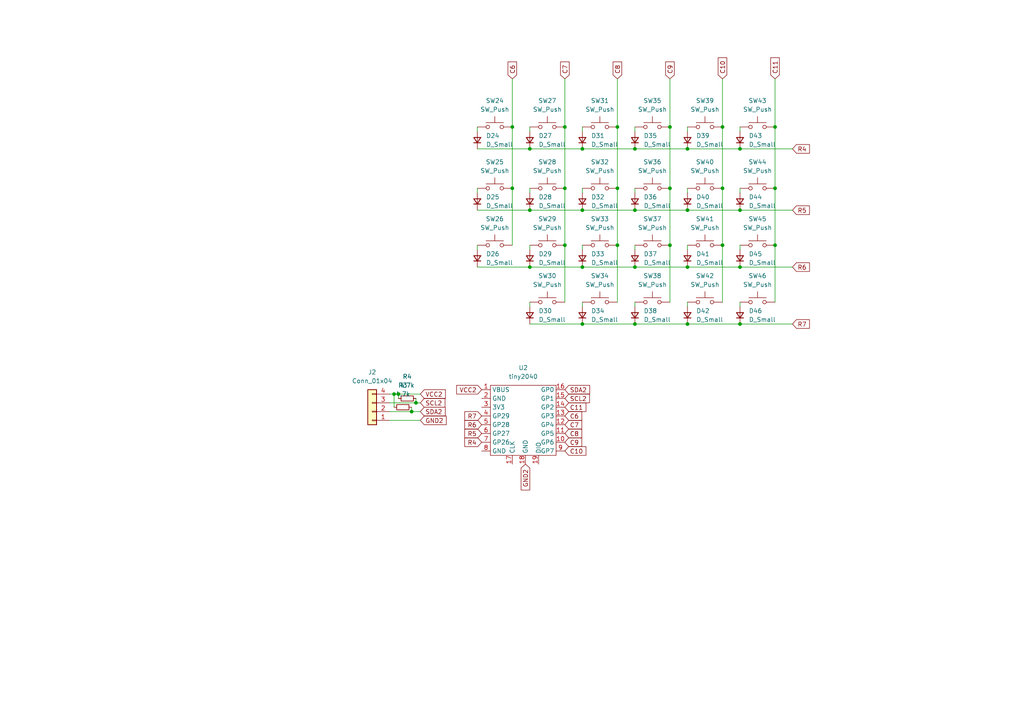
<source format=kicad_sch>
(kicad_sch (version 20211123) (generator eeschema)

  (uuid e63e39d7-6ac0-4ffd-8aa3-1841a4541b55)

  (paper "A4")

  (lib_symbols
    (symbol "Connector_Generic:Conn_01x04" (pin_names (offset 1.016) hide) (in_bom yes) (on_board yes)
      (property "Reference" "J" (id 0) (at 0 5.08 0)
        (effects (font (size 1.27 1.27)))
      )
      (property "Value" "Conn_01x04" (id 1) (at 0 -7.62 0)
        (effects (font (size 1.27 1.27)))
      )
      (property "Footprint" "" (id 2) (at 0 0 0)
        (effects (font (size 1.27 1.27)) hide)
      )
      (property "Datasheet" "~" (id 3) (at 0 0 0)
        (effects (font (size 1.27 1.27)) hide)
      )
      (property "ki_keywords" "connector" (id 4) (at 0 0 0)
        (effects (font (size 1.27 1.27)) hide)
      )
      (property "ki_description" "Generic connector, single row, 01x04, script generated (kicad-library-utils/schlib/autogen/connector/)" (id 5) (at 0 0 0)
        (effects (font (size 1.27 1.27)) hide)
      )
      (property "ki_fp_filters" "Connector*:*_1x??_*" (id 6) (at 0 0 0)
        (effects (font (size 1.27 1.27)) hide)
      )
      (symbol "Conn_01x04_1_1"
        (rectangle (start -1.27 -4.953) (end 0 -5.207)
          (stroke (width 0.1524) (type default) (color 0 0 0 0))
          (fill (type none))
        )
        (rectangle (start -1.27 -2.413) (end 0 -2.667)
          (stroke (width 0.1524) (type default) (color 0 0 0 0))
          (fill (type none))
        )
        (rectangle (start -1.27 0.127) (end 0 -0.127)
          (stroke (width 0.1524) (type default) (color 0 0 0 0))
          (fill (type none))
        )
        (rectangle (start -1.27 2.667) (end 0 2.413)
          (stroke (width 0.1524) (type default) (color 0 0 0 0))
          (fill (type none))
        )
        (rectangle (start -1.27 3.81) (end 1.27 -6.35)
          (stroke (width 0.254) (type default) (color 0 0 0 0))
          (fill (type background))
        )
        (pin passive line (at -5.08 2.54 0) (length 3.81)
          (name "Pin_1" (effects (font (size 1.27 1.27))))
          (number "1" (effects (font (size 1.27 1.27))))
        )
        (pin passive line (at -5.08 0 0) (length 3.81)
          (name "Pin_2" (effects (font (size 1.27 1.27))))
          (number "2" (effects (font (size 1.27 1.27))))
        )
        (pin passive line (at -5.08 -2.54 0) (length 3.81)
          (name "Pin_3" (effects (font (size 1.27 1.27))))
          (number "3" (effects (font (size 1.27 1.27))))
        )
        (pin passive line (at -5.08 -5.08 0) (length 3.81)
          (name "Pin_4" (effects (font (size 1.27 1.27))))
          (number "4" (effects (font (size 1.27 1.27))))
        )
      )
    )
    (symbol "Device:D_Small" (pin_numbers hide) (pin_names (offset 0.254) hide) (in_bom yes) (on_board yes)
      (property "Reference" "D" (id 0) (at -1.27 2.032 0)
        (effects (font (size 1.27 1.27)) (justify left))
      )
      (property "Value" "D_Small" (id 1) (at -3.81 -2.032 0)
        (effects (font (size 1.27 1.27)) (justify left))
      )
      (property "Footprint" "" (id 2) (at 0 0 90)
        (effects (font (size 1.27 1.27)) hide)
      )
      (property "Datasheet" "~" (id 3) (at 0 0 90)
        (effects (font (size 1.27 1.27)) hide)
      )
      (property "ki_keywords" "diode" (id 4) (at 0 0 0)
        (effects (font (size 1.27 1.27)) hide)
      )
      (property "ki_description" "Diode, small symbol" (id 5) (at 0 0 0)
        (effects (font (size 1.27 1.27)) hide)
      )
      (property "ki_fp_filters" "TO-???* *_Diode_* *SingleDiode* D_*" (id 6) (at 0 0 0)
        (effects (font (size 1.27 1.27)) hide)
      )
      (symbol "D_Small_0_1"
        (polyline
          (pts
            (xy -0.762 -1.016)
            (xy -0.762 1.016)
          )
          (stroke (width 0.254) (type default) (color 0 0 0 0))
          (fill (type none))
        )
        (polyline
          (pts
            (xy -0.762 0)
            (xy 0.762 0)
          )
          (stroke (width 0) (type default) (color 0 0 0 0))
          (fill (type none))
        )
        (polyline
          (pts
            (xy 0.762 -1.016)
            (xy -0.762 0)
            (xy 0.762 1.016)
            (xy 0.762 -1.016)
          )
          (stroke (width 0.254) (type default) (color 0 0 0 0))
          (fill (type none))
        )
      )
      (symbol "D_Small_1_1"
        (pin passive line (at -2.54 0 0) (length 1.778)
          (name "K" (effects (font (size 1.27 1.27))))
          (number "1" (effects (font (size 1.27 1.27))))
        )
        (pin passive line (at 2.54 0 180) (length 1.778)
          (name "A" (effects (font (size 1.27 1.27))))
          (number "2" (effects (font (size 1.27 1.27))))
        )
      )
    )
    (symbol "Device:R_Small" (pin_numbers hide) (pin_names (offset 0.254) hide) (in_bom yes) (on_board yes)
      (property "Reference" "R" (id 0) (at 0.762 0.508 0)
        (effects (font (size 1.27 1.27)) (justify left))
      )
      (property "Value" "R_Small" (id 1) (at 0.762 -1.016 0)
        (effects (font (size 1.27 1.27)) (justify left))
      )
      (property "Footprint" "" (id 2) (at 0 0 0)
        (effects (font (size 1.27 1.27)) hide)
      )
      (property "Datasheet" "~" (id 3) (at 0 0 0)
        (effects (font (size 1.27 1.27)) hide)
      )
      (property "ki_keywords" "R resistor" (id 4) (at 0 0 0)
        (effects (font (size 1.27 1.27)) hide)
      )
      (property "ki_description" "Resistor, small symbol" (id 5) (at 0 0 0)
        (effects (font (size 1.27 1.27)) hide)
      )
      (property "ki_fp_filters" "R_*" (id 6) (at 0 0 0)
        (effects (font (size 1.27 1.27)) hide)
      )
      (symbol "R_Small_0_1"
        (rectangle (start -0.762 1.778) (end 0.762 -1.778)
          (stroke (width 0.2032) (type default) (color 0 0 0 0))
          (fill (type none))
        )
      )
      (symbol "R_Small_1_1"
        (pin passive line (at 0 2.54 270) (length 0.762)
          (name "~" (effects (font (size 1.27 1.27))))
          (number "1" (effects (font (size 1.27 1.27))))
        )
        (pin passive line (at 0 -2.54 90) (length 0.762)
          (name "~" (effects (font (size 1.27 1.27))))
          (number "2" (effects (font (size 1.27 1.27))))
        )
      )
    )
    (symbol "Switch:SW_Push" (pin_numbers hide) (pin_names (offset 1.016) hide) (in_bom yes) (on_board yes)
      (property "Reference" "SW" (id 0) (at 1.27 2.54 0)
        (effects (font (size 1.27 1.27)) (justify left))
      )
      (property "Value" "SW_Push" (id 1) (at 0 -1.524 0)
        (effects (font (size 1.27 1.27)))
      )
      (property "Footprint" "" (id 2) (at 0 5.08 0)
        (effects (font (size 1.27 1.27)) hide)
      )
      (property "Datasheet" "~" (id 3) (at 0 5.08 0)
        (effects (font (size 1.27 1.27)) hide)
      )
      (property "ki_keywords" "switch normally-open pushbutton push-button" (id 4) (at 0 0 0)
        (effects (font (size 1.27 1.27)) hide)
      )
      (property "ki_description" "Push button switch, generic, two pins" (id 5) (at 0 0 0)
        (effects (font (size 1.27 1.27)) hide)
      )
      (symbol "SW_Push_0_1"
        (circle (center -2.032 0) (radius 0.508)
          (stroke (width 0) (type default) (color 0 0 0 0))
          (fill (type none))
        )
        (polyline
          (pts
            (xy 0 1.27)
            (xy 0 3.048)
          )
          (stroke (width 0) (type default) (color 0 0 0 0))
          (fill (type none))
        )
        (polyline
          (pts
            (xy 2.54 1.27)
            (xy -2.54 1.27)
          )
          (stroke (width 0) (type default) (color 0 0 0 0))
          (fill (type none))
        )
        (circle (center 2.032 0) (radius 0.508)
          (stroke (width 0) (type default) (color 0 0 0 0))
          (fill (type none))
        )
        (pin passive line (at -5.08 0 0) (length 2.54)
          (name "1" (effects (font (size 1.27 1.27))))
          (number "1" (effects (font (size 1.27 1.27))))
        )
        (pin passive line (at 5.08 0 180) (length 2.54)
          (name "2" (effects (font (size 1.27 1.27))))
          (number "2" (effects (font (size 1.27 1.27))))
        )
      )
    )
    (symbol "tiny2040:tiny2040" (in_bom yes) (on_board yes)
      (property "Reference" "U" (id 0) (at 0 15.24 0)
        (effects (font (size 1.27 1.27)))
      )
      (property "Value" "tiny2040" (id 1) (at 0 12.7 0)
        (effects (font (size 1.27 1.27)))
      )
      (property "Footprint" "" (id 2) (at 0 16.51 0)
        (effects (font (size 1.27 1.27)) hide)
      )
      (property "Datasheet" "" (id 3) (at 0 16.51 0)
        (effects (font (size 1.27 1.27)) hide)
      )
      (symbol "tiny2040_0_1"
        (rectangle (start -10.16 10.16) (end 8.89 -10.16)
          (stroke (width 0) (type default) (color 0 0 0 0))
          (fill (type none))
        )
      )
      (symbol "tiny2040_1_1"
        (pin power_out line (at -12.7 8.89 0) (length 2.54)
          (name "VBUS" (effects (font (size 1.27 1.27))))
          (number "1" (effects (font (size 1.27 1.27))))
        )
        (pin input line (at 11.43 -6.35 180) (length 2.54)
          (name "GP6" (effects (font (size 1.27 1.27))))
          (number "10" (effects (font (size 1.27 1.27))))
        )
        (pin input line (at 11.43 -3.81 180) (length 2.54)
          (name "GP5" (effects (font (size 1.27 1.27))))
          (number "11" (effects (font (size 1.27 1.27))))
        )
        (pin input line (at 11.43 -1.27 180) (length 2.54)
          (name "GP4" (effects (font (size 1.27 1.27))))
          (number "12" (effects (font (size 1.27 1.27))))
        )
        (pin input line (at 11.43 1.27 180) (length 2.54)
          (name "GP3" (effects (font (size 1.27 1.27))))
          (number "13" (effects (font (size 1.27 1.27))))
        )
        (pin input line (at 11.43 3.81 180) (length 2.54)
          (name "GP2" (effects (font (size 1.27 1.27))))
          (number "14" (effects (font (size 1.27 1.27))))
        )
        (pin input line (at 11.43 6.35 180) (length 2.54)
          (name "GP1" (effects (font (size 1.27 1.27))))
          (number "15" (effects (font (size 1.27 1.27))))
        )
        (pin input line (at 11.43 8.89 180) (length 2.54)
          (name "GP0" (effects (font (size 1.27 1.27))))
          (number "16" (effects (font (size 1.27 1.27))))
        )
        (pin input line (at -3.81 -12.7 90) (length 2.54)
          (name "CLK" (effects (font (size 1.27 1.27))))
          (number "17" (effects (font (size 1.27 1.27))))
        )
        (pin input line (at 0 -12.7 90) (length 2.54)
          (name "GND" (effects (font (size 1.27 1.27))))
          (number "18" (effects (font (size 1.27 1.27))))
        )
        (pin input line (at 3.81 -12.7 90) (length 2.54)
          (name "DIO" (effects (font (size 1.27 1.27))))
          (number "19" (effects (font (size 1.27 1.27))))
        )
        (pin input line (at -12.7 6.35 0) (length 2.54)
          (name "GND" (effects (font (size 1.27 1.27))))
          (number "2" (effects (font (size 1.27 1.27))))
        )
        (pin power_out line (at -12.7 3.81 0) (length 2.54)
          (name "3V3" (effects (font (size 1.27 1.27))))
          (number "3" (effects (font (size 1.27 1.27))))
        )
        (pin input line (at -12.7 1.27 0) (length 2.54)
          (name "GP29" (effects (font (size 1.27 1.27))))
          (number "4" (effects (font (size 1.27 1.27))))
        )
        (pin input line (at -12.7 -1.27 0) (length 2.54)
          (name "GP28" (effects (font (size 1.27 1.27))))
          (number "5" (effects (font (size 1.27 1.27))))
        )
        (pin input line (at -12.7 -3.81 0) (length 2.54)
          (name "GP27" (effects (font (size 1.27 1.27))))
          (number "6" (effects (font (size 1.27 1.27))))
        )
        (pin input line (at -12.7 -6.35 0) (length 2.54)
          (name "GP26" (effects (font (size 1.27 1.27))))
          (number "7" (effects (font (size 1.27 1.27))))
        )
        (pin input line (at -12.7 -8.89 0) (length 2.54)
          (name "GND" (effects (font (size 1.27 1.27))))
          (number "8" (effects (font (size 1.27 1.27))))
        )
        (pin input line (at 11.43 -8.89 180) (length 2.54)
          (name "GP7" (effects (font (size 1.27 1.27))))
          (number "9" (effects (font (size 1.27 1.27))))
        )
      )
    )
  )

  (junction (at 163.83 54.61) (diameter 0) (color 0 0 0 0)
    (uuid 051c3824-5282-402b-982f-26ef7a789f13)
  )
  (junction (at 148.59 36.83) (diameter 0) (color 0 0 0 0)
    (uuid 07cc0f79-6cfc-4336-80f5-857745f46305)
  )
  (junction (at 153.67 43.18) (diameter 0) (color 0 0 0 0)
    (uuid 11b5acb2-f5ce-4ff0-9da0-3af05a378849)
  )
  (junction (at 209.55 71.12) (diameter 0) (color 0 0 0 0)
    (uuid 25e21b4c-a25f-49cc-9646-ccb6b5417e5e)
  )
  (junction (at 168.91 43.18) (diameter 0) (color 0 0 0 0)
    (uuid 2a198e7e-1343-45c2-9a89-77055acd1bec)
  )
  (junction (at 194.31 71.12) (diameter 0) (color 0 0 0 0)
    (uuid 2bd5c98c-a5bb-4e2b-addc-f1802ba13131)
  )
  (junction (at 224.79 54.61) (diameter 0) (color 0 0 0 0)
    (uuid 38c4fc61-556d-41bf-ad57-fb5a63c8e9c2)
  )
  (junction (at 184.15 77.47) (diameter 0) (color 0 0 0 0)
    (uuid 3b8b9326-592f-4ecd-b979-207843983fe9)
  )
  (junction (at 224.79 71.12) (diameter 0) (color 0 0 0 0)
    (uuid 432008f1-52bb-4fef-a86f-78d25ca316ba)
  )
  (junction (at 214.63 77.47) (diameter 0) (color 0 0 0 0)
    (uuid 55064c91-69ae-4c35-9ee2-19bb96a30175)
  )
  (junction (at 199.39 93.98) (diameter 0) (color 0 0 0 0)
    (uuid 56601bb3-b412-4c87-aa12-559ff7b8c781)
  )
  (junction (at 153.67 60.96) (diameter 0) (color 0 0 0 0)
    (uuid 5b1a65c0-e87d-469e-b28e-39b1bb23bcbd)
  )
  (junction (at 184.15 43.18) (diameter 0) (color 0 0 0 0)
    (uuid 5ce7ef4e-32c4-4a12-8ff4-6033a32a2f03)
  )
  (junction (at 120.65 116.84) (diameter 0) (color 0 0 0 0)
    (uuid 606aac25-7151-4db3-b167-8132516d0f51)
  )
  (junction (at 214.63 43.18) (diameter 0) (color 0 0 0 0)
    (uuid 621a0467-e29a-42c4-a360-6df69e53e131)
  )
  (junction (at 194.31 54.61) (diameter 0) (color 0 0 0 0)
    (uuid 6244071f-a204-4376-a21a-b00204d9bf5f)
  )
  (junction (at 184.15 93.98) (diameter 0) (color 0 0 0 0)
    (uuid 6bd21c4e-be5b-4004-9e83-d34331044b51)
  )
  (junction (at 179.07 54.61) (diameter 0) (color 0 0 0 0)
    (uuid 6d0c1645-783c-484b-ad08-7c29759e5cdc)
  )
  (junction (at 224.79 36.83) (diameter 0) (color 0 0 0 0)
    (uuid 6ff4e211-604f-45c6-ac2f-f76909dbca29)
  )
  (junction (at 214.63 93.98) (diameter 0) (color 0 0 0 0)
    (uuid 863a944f-ceee-4665-a982-3e5039c92191)
  )
  (junction (at 119.38 119.38) (diameter 0) (color 0 0 0 0)
    (uuid 957d7599-18c7-43d0-875a-781d1c073cda)
  )
  (junction (at 148.59 54.61) (diameter 0) (color 0 0 0 0)
    (uuid 9943e2c4-7a35-4a4c-a5df-436aa5288a4a)
  )
  (junction (at 153.67 77.47) (diameter 0) (color 0 0 0 0)
    (uuid 9a1e5f93-8d3f-42e1-91c6-6115ca4514d1)
  )
  (junction (at 115.57 114.3) (diameter 0) (color 0 0 0 0)
    (uuid a3ae2d8d-9a8a-4992-a606-97772e5cb7db)
  )
  (junction (at 194.31 36.83) (diameter 0) (color 0 0 0 0)
    (uuid ab648aaa-9996-4567-900a-07243527c6d8)
  )
  (junction (at 168.91 60.96) (diameter 0) (color 0 0 0 0)
    (uuid ac0e934a-8dfe-4e05-8e41-e87419254b55)
  )
  (junction (at 199.39 60.96) (diameter 0) (color 0 0 0 0)
    (uuid ae677715-1969-498c-8409-08f36f972ec2)
  )
  (junction (at 199.39 43.18) (diameter 0) (color 0 0 0 0)
    (uuid af2b952f-4fbf-4175-99e9-b268a169d27c)
  )
  (junction (at 163.83 71.12) (diameter 0) (color 0 0 0 0)
    (uuid b1826c6f-620b-45d6-ba52-a24cb28098bd)
  )
  (junction (at 179.07 71.12) (diameter 0) (color 0 0 0 0)
    (uuid b81264d3-d31f-4d2a-9b9b-be9181660a6a)
  )
  (junction (at 209.55 36.83) (diameter 0) (color 0 0 0 0)
    (uuid bbcd53f2-62f5-4449-a79d-8159f8595c35)
  )
  (junction (at 179.07 36.83) (diameter 0) (color 0 0 0 0)
    (uuid bbedc14f-ab4e-462a-bfb4-eb13d082b3df)
  )
  (junction (at 199.39 77.47) (diameter 0) (color 0 0 0 0)
    (uuid bc462f71-3bdc-4952-9899-980262c3af7a)
  )
  (junction (at 184.15 60.96) (diameter 0) (color 0 0 0 0)
    (uuid bd81b310-96ae-4672-8e07-311d83364001)
  )
  (junction (at 168.91 93.98) (diameter 0) (color 0 0 0 0)
    (uuid c2c66673-4f0f-4abc-99c6-32f197232c68)
  )
  (junction (at 209.55 54.61) (diameter 0) (color 0 0 0 0)
    (uuid c2c89ff1-75cf-4656-be51-ea71f8a64ca6)
  )
  (junction (at 168.91 77.47) (diameter 0) (color 0 0 0 0)
    (uuid c2e17b7f-3351-4959-8e20-e8cc76c09574)
  )
  (junction (at 214.63 60.96) (diameter 0) (color 0 0 0 0)
    (uuid dce49ab9-d49f-4d4d-b1a8-9c57e124ca16)
  )
  (junction (at 114.3 114.3) (diameter 0) (color 0 0 0 0)
    (uuid f540a80e-5433-4e75-8e57-c26f10981f83)
  )
  (junction (at 163.83 36.83) (diameter 0) (color 0 0 0 0)
    (uuid f9e59462-cfb7-445b-9e6e-68df7f78089d)
  )

  (wire (pts (xy 224.79 36.83) (xy 224.79 54.61))
    (stroke (width 0) (type default) (color 0 0 0 0))
    (uuid 007f1449-17a8-4abc-ad62-1120043c0eac)
  )
  (wire (pts (xy 168.91 54.61) (xy 168.91 55.88))
    (stroke (width 0) (type default) (color 0 0 0 0))
    (uuid 02404da8-d183-40b2-bbad-52e68739866b)
  )
  (wire (pts (xy 194.31 22.86) (xy 194.31 36.83))
    (stroke (width 0) (type default) (color 0 0 0 0))
    (uuid 0333c8ae-4951-44a2-be9a-f1eeab564cbd)
  )
  (wire (pts (xy 214.63 93.98) (xy 229.87 93.98))
    (stroke (width 0) (type default) (color 0 0 0 0))
    (uuid 04592df1-1e3f-4700-999f-530051c6bf83)
  )
  (wire (pts (xy 153.67 87.63) (xy 153.67 88.9))
    (stroke (width 0) (type default) (color 0 0 0 0))
    (uuid 0f944c30-6810-4091-8315-a82d0bccbdfe)
  )
  (wire (pts (xy 199.39 36.83) (xy 199.39 38.1))
    (stroke (width 0) (type default) (color 0 0 0 0))
    (uuid 0fd8a877-7794-40db-a4f3-437eccf23fd2)
  )
  (wire (pts (xy 179.07 54.61) (xy 179.07 71.12))
    (stroke (width 0) (type default) (color 0 0 0 0))
    (uuid 16b87536-fba0-478b-ac6f-68e3b3d91d57)
  )
  (wire (pts (xy 214.63 54.61) (xy 214.63 55.88))
    (stroke (width 0) (type default) (color 0 0 0 0))
    (uuid 17c379f3-b027-4978-ba36-be2f27599a56)
  )
  (wire (pts (xy 224.79 71.12) (xy 224.79 87.63))
    (stroke (width 0) (type default) (color 0 0 0 0))
    (uuid 188e3ab6-0e7d-4b72-b769-cc9ed491ce20)
  )
  (wire (pts (xy 138.43 54.61) (xy 138.43 55.88))
    (stroke (width 0) (type default) (color 0 0 0 0))
    (uuid 1b6b3222-c6c5-49c9-9c30-2679be89814e)
  )
  (wire (pts (xy 163.83 36.83) (xy 163.83 54.61))
    (stroke (width 0) (type default) (color 0 0 0 0))
    (uuid 1b6f2a4e-a8c1-4838-8822-329d5665aa38)
  )
  (wire (pts (xy 168.91 87.63) (xy 168.91 88.9))
    (stroke (width 0) (type default) (color 0 0 0 0))
    (uuid 1c540e4a-4dd1-48d8-851b-453825a71039)
  )
  (wire (pts (xy 184.15 36.83) (xy 184.15 38.1))
    (stroke (width 0) (type default) (color 0 0 0 0))
    (uuid 1e0da95d-2fbb-4d80-a350-27d252559e23)
  )
  (wire (pts (xy 209.55 54.61) (xy 209.55 71.12))
    (stroke (width 0) (type default) (color 0 0 0 0))
    (uuid 200b665c-7ae4-4cdf-b506-6793633eca55)
  )
  (wire (pts (xy 115.57 114.3) (xy 115.57 115.57))
    (stroke (width 0) (type default) (color 0 0 0 0))
    (uuid 2372fb90-76e2-4131-ac82-e7be8f31b2d1)
  )
  (wire (pts (xy 120.65 116.84) (xy 121.92 116.84))
    (stroke (width 0) (type default) (color 0 0 0 0))
    (uuid 23be8ff0-39f2-436a-9db4-ebeefea2f9ef)
  )
  (wire (pts (xy 113.03 119.38) (xy 119.38 119.38))
    (stroke (width 0) (type default) (color 0 0 0 0))
    (uuid 289aeb7e-afaf-4221-9c98-5c2f2f5f9161)
  )
  (wire (pts (xy 214.63 87.63) (xy 214.63 88.9))
    (stroke (width 0) (type default) (color 0 0 0 0))
    (uuid 30bf0ee6-14c4-452e-8dce-1382fe719a10)
  )
  (wire (pts (xy 148.59 22.86) (xy 148.59 36.83))
    (stroke (width 0) (type default) (color 0 0 0 0))
    (uuid 31a0bf47-6fa9-4547-964c-5f0364a144ef)
  )
  (wire (pts (xy 138.43 60.96) (xy 153.67 60.96))
    (stroke (width 0) (type default) (color 0 0 0 0))
    (uuid 34ff3c9f-6797-49ee-b341-73a1ab80bddc)
  )
  (wire (pts (xy 113.03 116.84) (xy 120.65 116.84))
    (stroke (width 0) (type default) (color 0 0 0 0))
    (uuid 365bce42-1e91-47a8-95a4-6d46781a685a)
  )
  (wire (pts (xy 194.31 54.61) (xy 194.31 71.12))
    (stroke (width 0) (type default) (color 0 0 0 0))
    (uuid 395bf560-9f7a-48c2-be76-c8f0d338d485)
  )
  (wire (pts (xy 163.83 22.86) (xy 163.83 36.83))
    (stroke (width 0) (type default) (color 0 0 0 0))
    (uuid 3ef7fd60-5abc-4c63-af93-f89992779130)
  )
  (wire (pts (xy 214.63 43.18) (xy 229.87 43.18))
    (stroke (width 0) (type default) (color 0 0 0 0))
    (uuid 40ce39ec-2ba3-457b-90a6-8cf3f46fde7d)
  )
  (wire (pts (xy 119.38 118.11) (xy 119.38 119.38))
    (stroke (width 0) (type default) (color 0 0 0 0))
    (uuid 434d3f4f-5086-4098-86d9-933ffde99da7)
  )
  (wire (pts (xy 148.59 54.61) (xy 148.59 71.12))
    (stroke (width 0) (type default) (color 0 0 0 0))
    (uuid 44bba955-b6d8-45cc-b1c1-16938643f1cf)
  )
  (wire (pts (xy 184.15 93.98) (xy 199.39 93.98))
    (stroke (width 0) (type default) (color 0 0 0 0))
    (uuid 4941f860-1a0c-4902-bf00-d318e2a92890)
  )
  (wire (pts (xy 194.31 36.83) (xy 194.31 54.61))
    (stroke (width 0) (type default) (color 0 0 0 0))
    (uuid 4b2c6194-7eaa-4b45-8ff0-f65e2974214d)
  )
  (wire (pts (xy 153.67 77.47) (xy 168.91 77.47))
    (stroke (width 0) (type default) (color 0 0 0 0))
    (uuid 4b63d28b-f240-4a93-9589-591971c14c24)
  )
  (wire (pts (xy 114.3 114.3) (xy 114.3 118.11))
    (stroke (width 0) (type default) (color 0 0 0 0))
    (uuid 50b8e768-292e-4782-b964-69f5e6792646)
  )
  (wire (pts (xy 184.15 71.12) (xy 184.15 72.39))
    (stroke (width 0) (type default) (color 0 0 0 0))
    (uuid 512b42a1-9920-4708-a52e-4c988112b2d1)
  )
  (wire (pts (xy 138.43 77.47) (xy 153.67 77.47))
    (stroke (width 0) (type default) (color 0 0 0 0))
    (uuid 513e8cb6-6b95-4ba2-80f0-31101c38cb91)
  )
  (wire (pts (xy 114.3 114.3) (xy 115.57 114.3))
    (stroke (width 0) (type default) (color 0 0 0 0))
    (uuid 5503f012-bb1c-439b-8556-f472148e347a)
  )
  (wire (pts (xy 214.63 77.47) (xy 229.87 77.47))
    (stroke (width 0) (type default) (color 0 0 0 0))
    (uuid 56825cff-b026-4978-bf18-98104fcf2334)
  )
  (wire (pts (xy 168.91 36.83) (xy 168.91 38.1))
    (stroke (width 0) (type default) (color 0 0 0 0))
    (uuid 57e3986e-0b4e-4b5a-ac48-4254a0ef4ca3)
  )
  (wire (pts (xy 120.65 115.57) (xy 120.65 116.84))
    (stroke (width 0) (type default) (color 0 0 0 0))
    (uuid 585699d8-2124-4fd1-80d8-5340b48008d3)
  )
  (wire (pts (xy 138.43 71.12) (xy 138.43 72.39))
    (stroke (width 0) (type default) (color 0 0 0 0))
    (uuid 5a27107a-7bce-4dc2-8e50-bad1f6597129)
  )
  (wire (pts (xy 199.39 43.18) (xy 214.63 43.18))
    (stroke (width 0) (type default) (color 0 0 0 0))
    (uuid 5cb3baf7-a6ae-4f22-9feb-d8d5fbeddf89)
  )
  (wire (pts (xy 194.31 71.12) (xy 194.31 87.63))
    (stroke (width 0) (type default) (color 0 0 0 0))
    (uuid 5fb2e5f0-dc27-4b61-a0b2-908b8b5c2b5d)
  )
  (wire (pts (xy 214.63 36.83) (xy 214.63 38.1))
    (stroke (width 0) (type default) (color 0 0 0 0))
    (uuid 635fae87-e9e1-48c3-b824-13f59b5c112f)
  )
  (wire (pts (xy 209.55 36.83) (xy 209.55 54.61))
    (stroke (width 0) (type default) (color 0 0 0 0))
    (uuid 65ae6ade-3bcc-4de0-8c60-9fcccbe04158)
  )
  (wire (pts (xy 184.15 43.18) (xy 199.39 43.18))
    (stroke (width 0) (type default) (color 0 0 0 0))
    (uuid 6bf24e7e-6a9f-4020-90ab-2b4310e5c791)
  )
  (wire (pts (xy 168.91 43.18) (xy 184.15 43.18))
    (stroke (width 0) (type default) (color 0 0 0 0))
    (uuid 7231802c-a04d-4b5e-a98d-1c8d4b69c1c1)
  )
  (wire (pts (xy 184.15 87.63) (xy 184.15 88.9))
    (stroke (width 0) (type default) (color 0 0 0 0))
    (uuid 72dbcdb2-fc69-4ffe-9722-a9c00c37ef5d)
  )
  (wire (pts (xy 119.38 119.38) (xy 121.92 119.38))
    (stroke (width 0) (type default) (color 0 0 0 0))
    (uuid 7b315fe2-0c48-436f-9bdb-c9b34bbdb38a)
  )
  (wire (pts (xy 199.39 71.12) (xy 199.39 72.39))
    (stroke (width 0) (type default) (color 0 0 0 0))
    (uuid 7f3b31d2-1b86-44f2-8f1d-1022d55310e7)
  )
  (wire (pts (xy 113.03 114.3) (xy 114.3 114.3))
    (stroke (width 0) (type default) (color 0 0 0 0))
    (uuid 81c2ebc8-8ba3-4901-8c5c-27dfe0db5374)
  )
  (wire (pts (xy 199.39 77.47) (xy 214.63 77.47))
    (stroke (width 0) (type default) (color 0 0 0 0))
    (uuid 86ee5a08-e2bf-460e-a616-0c67a4172e9d)
  )
  (wire (pts (xy 184.15 77.47) (xy 199.39 77.47))
    (stroke (width 0) (type default) (color 0 0 0 0))
    (uuid 90929a6b-cbf5-49ca-93cd-eb6945dbb2c1)
  )
  (wire (pts (xy 113.03 121.92) (xy 121.92 121.92))
    (stroke (width 0) (type default) (color 0 0 0 0))
    (uuid 94ea48b5-ad00-453c-ac95-e43121e7103c)
  )
  (wire (pts (xy 138.43 43.18) (xy 153.67 43.18))
    (stroke (width 0) (type default) (color 0 0 0 0))
    (uuid 9c7c7495-39f6-4965-86fe-66578ab5e3e2)
  )
  (wire (pts (xy 153.67 60.96) (xy 168.91 60.96))
    (stroke (width 0) (type default) (color 0 0 0 0))
    (uuid a0020699-2c5d-4213-bc30-a78e2dfb3258)
  )
  (wire (pts (xy 153.67 43.18) (xy 168.91 43.18))
    (stroke (width 0) (type default) (color 0 0 0 0))
    (uuid a917cc92-558d-4bcb-a220-d5ef99ca2567)
  )
  (wire (pts (xy 179.07 22.86) (xy 179.07 36.83))
    (stroke (width 0) (type default) (color 0 0 0 0))
    (uuid a9afde63-6068-4c2d-80ac-790610ffdb2b)
  )
  (wire (pts (xy 179.07 36.83) (xy 179.07 54.61))
    (stroke (width 0) (type default) (color 0 0 0 0))
    (uuid aa07ec79-febc-45ca-b663-cfc5aa72a33d)
  )
  (wire (pts (xy 168.91 60.96) (xy 184.15 60.96))
    (stroke (width 0) (type default) (color 0 0 0 0))
    (uuid ab9629c2-c5c5-407f-bf28-bdedd1e8d5b2)
  )
  (wire (pts (xy 224.79 22.86) (xy 224.79 36.83))
    (stroke (width 0) (type default) (color 0 0 0 0))
    (uuid abec4325-d6c7-400b-9f3a-a6fb5b032a41)
  )
  (wire (pts (xy 214.63 60.96) (xy 229.87 60.96))
    (stroke (width 0) (type default) (color 0 0 0 0))
    (uuid add5b594-7f08-40a8-a64c-b0e007d299bb)
  )
  (wire (pts (xy 153.67 71.12) (xy 153.67 72.39))
    (stroke (width 0) (type default) (color 0 0 0 0))
    (uuid af2ee12c-8b44-4f74-bc70-c0bf5664441d)
  )
  (wire (pts (xy 168.91 71.12) (xy 168.91 72.39))
    (stroke (width 0) (type default) (color 0 0 0 0))
    (uuid b672a722-2e58-48c0-89b2-dc602dcac49b)
  )
  (wire (pts (xy 179.07 71.12) (xy 179.07 87.63))
    (stroke (width 0) (type default) (color 0 0 0 0))
    (uuid ba2b22af-2fce-4c42-a5e0-155be35481c6)
  )
  (wire (pts (xy 138.43 36.83) (xy 138.43 38.1))
    (stroke (width 0) (type default) (color 0 0 0 0))
    (uuid bbeff794-ca6d-4e4a-ac80-c69c780af677)
  )
  (wire (pts (xy 199.39 54.61) (xy 199.39 55.88))
    (stroke (width 0) (type default) (color 0 0 0 0))
    (uuid bc5f5c9c-9143-403d-b6ec-1a9fa8073968)
  )
  (wire (pts (xy 199.39 93.98) (xy 214.63 93.98))
    (stroke (width 0) (type default) (color 0 0 0 0))
    (uuid be9f4d59-3a63-44a2-9f5e-aeee943d15ac)
  )
  (wire (pts (xy 168.91 77.47) (xy 184.15 77.47))
    (stroke (width 0) (type default) (color 0 0 0 0))
    (uuid bf44abf0-19ae-4882-9741-a4989d7c92d8)
  )
  (wire (pts (xy 153.67 36.83) (xy 153.67 38.1))
    (stroke (width 0) (type default) (color 0 0 0 0))
    (uuid bfa815ef-1931-4f76-be34-fed1c0f96184)
  )
  (wire (pts (xy 214.63 71.12) (xy 214.63 72.39))
    (stroke (width 0) (type default) (color 0 0 0 0))
    (uuid c1a7de97-6df2-4236-82f8-bb5d4005c642)
  )
  (wire (pts (xy 168.91 93.98) (xy 184.15 93.98))
    (stroke (width 0) (type default) (color 0 0 0 0))
    (uuid c1f27462-7ca1-4324-a85c-0d44b2c9cb6f)
  )
  (wire (pts (xy 224.79 54.61) (xy 224.79 71.12))
    (stroke (width 0) (type default) (color 0 0 0 0))
    (uuid c3599fdc-fa7a-4fa9-ae64-07850e64f222)
  )
  (wire (pts (xy 209.55 22.86) (xy 209.55 36.83))
    (stroke (width 0) (type default) (color 0 0 0 0))
    (uuid cb1fd45c-1d58-46c4-823e-1a48aa94c06e)
  )
  (wire (pts (xy 148.59 36.83) (xy 148.59 54.61))
    (stroke (width 0) (type default) (color 0 0 0 0))
    (uuid d284eb03-498d-48d2-93d3-1441ee30a2a5)
  )
  (wire (pts (xy 153.67 93.98) (xy 168.91 93.98))
    (stroke (width 0) (type default) (color 0 0 0 0))
    (uuid db1fcb50-8be2-464a-8bf9-abded103723b)
  )
  (wire (pts (xy 153.67 54.61) (xy 153.67 55.88))
    (stroke (width 0) (type default) (color 0 0 0 0))
    (uuid de165d40-4d2c-483e-997f-fbf528ffa0c3)
  )
  (wire (pts (xy 163.83 71.12) (xy 163.83 87.63))
    (stroke (width 0) (type default) (color 0 0 0 0))
    (uuid df55efea-a5de-46c6-ac3c-46bfcbbd77fe)
  )
  (wire (pts (xy 115.57 114.3) (xy 121.92 114.3))
    (stroke (width 0) (type default) (color 0 0 0 0))
    (uuid e0673aa7-087b-42dc-9353-8faa99f1503b)
  )
  (wire (pts (xy 199.39 87.63) (xy 199.39 88.9))
    (stroke (width 0) (type default) (color 0 0 0 0))
    (uuid e4ce088b-cb81-4ec4-a3b2-91afad0b5ca3)
  )
  (wire (pts (xy 184.15 54.61) (xy 184.15 55.88))
    (stroke (width 0) (type default) (color 0 0 0 0))
    (uuid ea19fb44-fdd1-4683-888c-802f6253aaec)
  )
  (wire (pts (xy 163.83 54.61) (xy 163.83 71.12))
    (stroke (width 0) (type default) (color 0 0 0 0))
    (uuid f089b6b0-70af-4a2c-97c0-00c73e58ad23)
  )
  (wire (pts (xy 199.39 60.96) (xy 214.63 60.96))
    (stroke (width 0) (type default) (color 0 0 0 0))
    (uuid f1245e01-063d-4b9f-accc-bd38e278a91d)
  )
  (wire (pts (xy 184.15 60.96) (xy 199.39 60.96))
    (stroke (width 0) (type default) (color 0 0 0 0))
    (uuid f1e82669-abcb-4d60-a1b7-6fab26cf9dc1)
  )
  (wire (pts (xy 209.55 71.12) (xy 209.55 87.63))
    (stroke (width 0) (type default) (color 0 0 0 0))
    (uuid f6be77ac-afb8-452c-b4ae-26e9d46f1d58)
  )

  (global_label "VCC2" (shape input) (at 139.7 113.03 180) (fields_autoplaced)
    (effects (font (size 1.27 1.27)) (justify right))
    (uuid 0258e548-f569-4627-a915-00bd34d6fda1)
    (property "Intersheet References" "${INTERSHEET_REFS}" (id 0) (at 132.4488 112.9506 0)
      (effects (font (size 1.27 1.27)) (justify right) hide)
    )
  )
  (global_label "R6" (shape input) (at 139.7 123.19 180) (fields_autoplaced)
    (effects (font (size 1.27 1.27)) (justify right))
    (uuid 072c445d-543c-48c5-b5ba-d8c5e9fc2ea3)
    (property "Intersheet References" "${INTERSHEET_REFS}" (id 0) (at 134.8074 123.1106 0)
      (effects (font (size 1.27 1.27)) (justify right) hide)
    )
  )
  (global_label "C11" (shape input) (at 163.83 118.11 0) (fields_autoplaced)
    (effects (font (size 1.27 1.27)) (justify left))
    (uuid 19f6f1ab-4da4-4f2d-9825-e4b34baa83b4)
    (property "Intersheet References" "${INTERSHEET_REFS}" (id 0) (at 169.9321 118.0306 0)
      (effects (font (size 1.27 1.27)) (justify left) hide)
    )
  )
  (global_label "SDA2" (shape input) (at 163.83 113.03 0) (fields_autoplaced)
    (effects (font (size 1.27 1.27)) (justify left))
    (uuid 23e90179-dfb6-4331-b0e9-6302a2e7e478)
    (property "Intersheet References" "${INTERSHEET_REFS}" (id 0) (at 171.0207 112.9506 0)
      (effects (font (size 1.27 1.27)) (justify left) hide)
    )
  )
  (global_label "R7" (shape input) (at 229.87 93.98 0) (fields_autoplaced)
    (effects (font (size 1.27 1.27)) (justify left))
    (uuid 35d59ca8-1db9-45af-9492-c27c2acb7967)
    (property "Intersheet References" "${INTERSHEET_REFS}" (id 0) (at 234.7626 93.9006 0)
      (effects (font (size 1.27 1.27)) (justify left) hide)
    )
  )
  (global_label "SCL2" (shape input) (at 163.83 115.57 0) (fields_autoplaced)
    (effects (font (size 1.27 1.27)) (justify left))
    (uuid 3a84d20f-2886-469f-b70a-54c7233222b4)
    (property "Intersheet References" "${INTERSHEET_REFS}" (id 0) (at 170.9602 115.4906 0)
      (effects (font (size 1.27 1.27)) (justify left) hide)
    )
  )
  (global_label "R6" (shape input) (at 229.87 77.47 0) (fields_autoplaced)
    (effects (font (size 1.27 1.27)) (justify left))
    (uuid 43190b24-4007-4d82-9a6f-0cdf56779972)
    (property "Intersheet References" "${INTERSHEET_REFS}" (id 0) (at 234.7626 77.3906 0)
      (effects (font (size 1.27 1.27)) (justify left) hide)
    )
  )
  (global_label "R5" (shape input) (at 229.87 60.96 0) (fields_autoplaced)
    (effects (font (size 1.27 1.27)) (justify left))
    (uuid 451985fb-27af-4988-a96b-5b9018357ef6)
    (property "Intersheet References" "${INTERSHEET_REFS}" (id 0) (at 234.7626 60.8806 0)
      (effects (font (size 1.27 1.27)) (justify left) hide)
    )
  )
  (global_label "C7" (shape input) (at 163.83 123.19 0) (fields_autoplaced)
    (effects (font (size 1.27 1.27)) (justify left))
    (uuid 4c6a7d7d-c205-487a-8be9-1c7a49faf662)
    (property "Intersheet References" "${INTERSHEET_REFS}" (id 0) (at 168.7226 123.1106 0)
      (effects (font (size 1.27 1.27)) (justify left) hide)
    )
  )
  (global_label "R4" (shape input) (at 229.87 43.18 0) (fields_autoplaced)
    (effects (font (size 1.27 1.27)) (justify left))
    (uuid 4eb4545b-bf59-4969-9ecf-0f85eeaa36d1)
    (property "Intersheet References" "${INTERSHEET_REFS}" (id 0) (at 234.7626 43.1006 0)
      (effects (font (size 1.27 1.27)) (justify left) hide)
    )
  )
  (global_label "SCL2" (shape input) (at 121.92 116.84 0) (fields_autoplaced)
    (effects (font (size 1.27 1.27)) (justify left))
    (uuid 55b72580-1b30-47a7-84ef-771c27775c8c)
    (property "Intersheet References" "${INTERSHEET_REFS}" (id 0) (at 129.0502 116.7606 0)
      (effects (font (size 1.27 1.27)) (justify left) hide)
    )
  )
  (global_label "C11" (shape input) (at 224.79 22.86 90) (fields_autoplaced)
    (effects (font (size 1.27 1.27)) (justify left))
    (uuid 61341e23-fffc-4238-b167-4ad928b01ea0)
    (property "Intersheet References" "${INTERSHEET_REFS}" (id 0) (at 224.7106 16.7579 90)
      (effects (font (size 1.27 1.27)) (justify left) hide)
    )
  )
  (global_label "C10" (shape input) (at 209.55 22.86 90) (fields_autoplaced)
    (effects (font (size 1.27 1.27)) (justify left))
    (uuid 6c7e693f-499b-47c2-b72b-1ce164f573cf)
    (property "Intersheet References" "${INTERSHEET_REFS}" (id 0) (at 209.4706 16.7579 90)
      (effects (font (size 1.27 1.27)) (justify left) hide)
    )
  )
  (global_label "C7" (shape input) (at 163.83 22.86 90) (fields_autoplaced)
    (effects (font (size 1.27 1.27)) (justify left))
    (uuid 731090ea-a14f-4431-8612-c3a82076b0a8)
    (property "Intersheet References" "${INTERSHEET_REFS}" (id 0) (at 163.7506 17.9674 90)
      (effects (font (size 1.27 1.27)) (justify left) hide)
    )
  )
  (global_label "GND2" (shape input) (at 152.4 134.62 270) (fields_autoplaced)
    (effects (font (size 1.27 1.27)) (justify right))
    (uuid 77c6ce96-5fe5-489f-9fe6-aa6837fc7bf7)
    (property "Intersheet References" "${INTERSHEET_REFS}" (id 0) (at 152.3206 142.1131 90)
      (effects (font (size 1.27 1.27)) (justify right) hide)
    )
  )
  (global_label "C8" (shape input) (at 163.83 125.73 0) (fields_autoplaced)
    (effects (font (size 1.27 1.27)) (justify left))
    (uuid 8bc3b9b2-0f24-4bd1-ac42-e52e42f0946d)
    (property "Intersheet References" "${INTERSHEET_REFS}" (id 0) (at 168.7226 125.6506 0)
      (effects (font (size 1.27 1.27)) (justify left) hide)
    )
  )
  (global_label "C9" (shape input) (at 163.83 128.27 0) (fields_autoplaced)
    (effects (font (size 1.27 1.27)) (justify left))
    (uuid a0f04bb3-fe0d-4611-99f8-0b5c93642bff)
    (property "Intersheet References" "${INTERSHEET_REFS}" (id 0) (at 168.7226 128.1906 0)
      (effects (font (size 1.27 1.27)) (justify left) hide)
    )
  )
  (global_label "C10" (shape input) (at 163.83 130.81 0) (fields_autoplaced)
    (effects (font (size 1.27 1.27)) (justify left))
    (uuid ad1fb85b-cc70-4983-9137-d4e2478b958f)
    (property "Intersheet References" "${INTERSHEET_REFS}" (id 0) (at 169.9321 130.7306 0)
      (effects (font (size 1.27 1.27)) (justify left) hide)
    )
  )
  (global_label "R4" (shape input) (at 139.7 128.27 180) (fields_autoplaced)
    (effects (font (size 1.27 1.27)) (justify right))
    (uuid afd3060b-0a35-46bf-b36c-abafefe21bbb)
    (property "Intersheet References" "${INTERSHEET_REFS}" (id 0) (at 134.8074 128.1906 0)
      (effects (font (size 1.27 1.27)) (justify right) hide)
    )
  )
  (global_label "C6" (shape input) (at 148.59 22.86 90) (fields_autoplaced)
    (effects (font (size 1.27 1.27)) (justify left))
    (uuid b6871f5b-bf60-445c-8330-9225b04f8db0)
    (property "Intersheet References" "${INTERSHEET_REFS}" (id 0) (at 148.5106 17.9674 90)
      (effects (font (size 1.27 1.27)) (justify left) hide)
    )
  )
  (global_label "GND2" (shape input) (at 121.92 121.92 0) (fields_autoplaced)
    (effects (font (size 1.27 1.27)) (justify left))
    (uuid ca8515de-90bc-4e91-84db-9761809a1e49)
    (property "Intersheet References" "${INTERSHEET_REFS}" (id 0) (at 129.4131 121.8406 0)
      (effects (font (size 1.27 1.27)) (justify left) hide)
    )
  )
  (global_label "C6" (shape input) (at 163.83 120.65 0) (fields_autoplaced)
    (effects (font (size 1.27 1.27)) (justify left))
    (uuid ccdc7ad5-4b3b-4c5f-9b3c-ca28cd13bffb)
    (property "Intersheet References" "${INTERSHEET_REFS}" (id 0) (at 168.7226 120.5706 0)
      (effects (font (size 1.27 1.27)) (justify left) hide)
    )
  )
  (global_label "C9" (shape input) (at 194.31 22.86 90) (fields_autoplaced)
    (effects (font (size 1.27 1.27)) (justify left))
    (uuid d9e7dfb8-401f-4a61-9f4f-3e4d98985b12)
    (property "Intersheet References" "${INTERSHEET_REFS}" (id 0) (at 194.2306 17.9674 90)
      (effects (font (size 1.27 1.27)) (justify left) hide)
    )
  )
  (global_label "R5" (shape input) (at 139.7 125.73 180) (fields_autoplaced)
    (effects (font (size 1.27 1.27)) (justify right))
    (uuid dee3800d-ec57-45fc-aaf9-ce39fbf2f1ed)
    (property "Intersheet References" "${INTERSHEET_REFS}" (id 0) (at 134.8074 125.6506 0)
      (effects (font (size 1.27 1.27)) (justify right) hide)
    )
  )
  (global_label "C8" (shape input) (at 179.07 22.86 90) (fields_autoplaced)
    (effects (font (size 1.27 1.27)) (justify left))
    (uuid e9405a7d-2ee1-48ea-8bed-466dd3e860af)
    (property "Intersheet References" "${INTERSHEET_REFS}" (id 0) (at 178.9906 17.9674 90)
      (effects (font (size 1.27 1.27)) (justify left) hide)
    )
  )
  (global_label "SDA2" (shape input) (at 121.92 119.38 0) (fields_autoplaced)
    (effects (font (size 1.27 1.27)) (justify left))
    (uuid ef9f8301-dc5f-451e-ba1c-8e4dbaaa1292)
    (property "Intersheet References" "${INTERSHEET_REFS}" (id 0) (at 129.1107 119.3006 0)
      (effects (font (size 1.27 1.27)) (justify left) hide)
    )
  )
  (global_label "R7" (shape input) (at 139.7 120.65 180) (fields_autoplaced)
    (effects (font (size 1.27 1.27)) (justify right))
    (uuid f412468e-a434-48a2-bdb0-4f199e1f564f)
    (property "Intersheet References" "${INTERSHEET_REFS}" (id 0) (at 134.8074 120.5706 0)
      (effects (font (size 1.27 1.27)) (justify right) hide)
    )
  )
  (global_label "VCC2" (shape input) (at 121.92 114.3 0) (fields_autoplaced)
    (effects (font (size 1.27 1.27)) (justify left))
    (uuid f6776a19-5a1b-40c2-9c2d-0ad5e1b7e4d4)
    (property "Intersheet References" "${INTERSHEET_REFS}" (id 0) (at 129.1712 114.2206 0)
      (effects (font (size 1.27 1.27)) (justify left) hide)
    )
  )

  (symbol (lib_id "Device:D_Small") (at 153.67 74.93 90) (unit 1)
    (in_bom yes) (on_board yes) (fields_autoplaced)
    (uuid 19c3acc7-fe52-4649-a083-48757cabf659)
    (property "Reference" "D29" (id 0) (at 156.21 73.6599 90)
      (effects (font (size 1.27 1.27)) (justify right))
    )
    (property "Value" "D_Small" (id 1) (at 156.21 76.1999 90)
      (effects (font (size 1.27 1.27)) (justify right))
    )
    (property "Footprint" "Diode_SMD:D_SOD-123" (id 2) (at 153.67 74.93 90)
      (effects (font (size 1.27 1.27)) hide)
    )
    (property "Datasheet" "~" (id 3) (at 153.67 74.93 90)
      (effects (font (size 1.27 1.27)) hide)
    )
    (pin "1" (uuid f31e8cac-6b88-4f57-b10a-247a7629b239))
    (pin "2" (uuid 8bc0a937-1974-44a0-a719-c8e01bf4684e))
  )

  (symbol (lib_id "Device:D_Small") (at 184.15 91.44 90) (unit 1)
    (in_bom yes) (on_board yes) (fields_autoplaced)
    (uuid 1b28c433-45fc-4160-8dff-f839d8f798fa)
    (property "Reference" "D38" (id 0) (at 186.69 90.1699 90)
      (effects (font (size 1.27 1.27)) (justify right))
    )
    (property "Value" "D_Small" (id 1) (at 186.69 92.7099 90)
      (effects (font (size 1.27 1.27)) (justify right))
    )
    (property "Footprint" "Diode_SMD:D_SOD-123" (id 2) (at 184.15 91.44 90)
      (effects (font (size 1.27 1.27)) hide)
    )
    (property "Datasheet" "~" (id 3) (at 184.15 91.44 90)
      (effects (font (size 1.27 1.27)) hide)
    )
    (pin "1" (uuid 48f1a643-f154-4980-939b-f26ceba0ad0d))
    (pin "2" (uuid 5d4f9f04-f8dc-4f01-85a1-e8bb2ef6c240))
  )

  (symbol (lib_id "Device:D_Small") (at 184.15 40.64 90) (unit 1)
    (in_bom yes) (on_board yes) (fields_autoplaced)
    (uuid 269bfb42-0223-4f8a-9d4e-ccdce2ed01b1)
    (property "Reference" "D35" (id 0) (at 186.69 39.3699 90)
      (effects (font (size 1.27 1.27)) (justify right))
    )
    (property "Value" "D_Small" (id 1) (at 186.69 41.9099 90)
      (effects (font (size 1.27 1.27)) (justify right))
    )
    (property "Footprint" "Diode_SMD:D_SOD-123" (id 2) (at 184.15 40.64 90)
      (effects (font (size 1.27 1.27)) hide)
    )
    (property "Datasheet" "~" (id 3) (at 184.15 40.64 90)
      (effects (font (size 1.27 1.27)) hide)
    )
    (pin "1" (uuid 1e8ed9c1-4631-496e-9b94-ac4f599415e1))
    (pin "2" (uuid 69fcb9ac-62f3-4661-ad24-f71c27c7f5a4))
  )

  (symbol (lib_id "Switch:SW_Push") (at 204.47 87.63 0) (unit 1)
    (in_bom yes) (on_board yes) (fields_autoplaced)
    (uuid 32589ce3-3051-439c-9723-ebe9dbd69868)
    (property "Reference" "SW42" (id 0) (at 204.47 80.01 0))
    (property "Value" "SW_Push" (id 1) (at 204.47 82.55 0))
    (property "Footprint" "Button_Switch_Keyboard:SW_Cherry_MX_1.00u_PCB" (id 2) (at 204.47 82.55 0)
      (effects (font (size 1.27 1.27)) hide)
    )
    (property "Datasheet" "~" (id 3) (at 204.47 82.55 0)
      (effects (font (size 1.27 1.27)) hide)
    )
    (pin "1" (uuid 686b041f-105d-4365-ac4f-87998635b533))
    (pin "2" (uuid bd071527-11fe-4c91-a6bf-f19c9e864e37))
  )

  (symbol (lib_id "Switch:SW_Push") (at 219.71 54.61 0) (unit 1)
    (in_bom yes) (on_board yes) (fields_autoplaced)
    (uuid 3308638a-427a-4b93-b3a6-68790e4e448c)
    (property "Reference" "SW44" (id 0) (at 219.71 46.99 0))
    (property "Value" "SW_Push" (id 1) (at 219.71 49.53 0))
    (property "Footprint" "Button_Switch_Keyboard:SW_Cherry_MX_1.00u_PCB" (id 2) (at 219.71 49.53 0)
      (effects (font (size 1.27 1.27)) hide)
    )
    (property "Datasheet" "~" (id 3) (at 219.71 49.53 0)
      (effects (font (size 1.27 1.27)) hide)
    )
    (pin "1" (uuid 450b2df4-9137-4983-8c7d-ad043cf45717))
    (pin "2" (uuid af56437e-4735-4548-a77d-dd44a714c48e))
  )

  (symbol (lib_id "Switch:SW_Push") (at 158.75 87.63 0) (unit 1)
    (in_bom yes) (on_board yes) (fields_autoplaced)
    (uuid 3cecab17-afb7-4acc-b384-9419f73e3a7e)
    (property "Reference" "SW30" (id 0) (at 158.75 80.01 0))
    (property "Value" "SW_Push" (id 1) (at 158.75 82.55 0))
    (property "Footprint" "Button_Switch_Keyboard:SW_Cherry_MX_1.00u_PCB" (id 2) (at 158.75 82.55 0)
      (effects (font (size 1.27 1.27)) hide)
    )
    (property "Datasheet" "~" (id 3) (at 158.75 82.55 0)
      (effects (font (size 1.27 1.27)) hide)
    )
    (pin "1" (uuid 8f6a166d-c6bd-4f23-b29f-d65847f17839))
    (pin "2" (uuid 1bb35205-02ef-4139-9358-e85738ebcde2))
  )

  (symbol (lib_id "Device:R_Small") (at 116.84 118.11 90) (unit 1)
    (in_bom yes) (on_board yes) (fields_autoplaced)
    (uuid 49f3419c-f8b2-4988-9d17-67475a0d22e5)
    (property "Reference" "R3" (id 0) (at 116.84 111.76 90))
    (property "Value" "4.7k" (id 1) (at 116.84 114.3 90))
    (property "Footprint" "Resistor_SMD:R_0805_2012Metric" (id 2) (at 116.84 118.11 0)
      (effects (font (size 1.27 1.27)) hide)
    )
    (property "Datasheet" "~" (id 3) (at 116.84 118.11 0)
      (effects (font (size 1.27 1.27)) hide)
    )
    (pin "1" (uuid 778a640e-16f8-45b4-ba7e-df2e749ee8d4))
    (pin "2" (uuid 372800ef-345b-4981-a3f0-818db921a146))
  )

  (symbol (lib_id "Switch:SW_Push") (at 173.99 54.61 0) (unit 1)
    (in_bom yes) (on_board yes) (fields_autoplaced)
    (uuid 4fe60c97-cec9-4f03-ab68-167e75f325df)
    (property "Reference" "SW32" (id 0) (at 173.99 46.99 0))
    (property "Value" "SW_Push" (id 1) (at 173.99 49.53 0))
    (property "Footprint" "Button_Switch_Keyboard:SW_Cherry_MX_1.00u_PCB" (id 2) (at 173.99 49.53 0)
      (effects (font (size 1.27 1.27)) hide)
    )
    (property "Datasheet" "~" (id 3) (at 173.99 49.53 0)
      (effects (font (size 1.27 1.27)) hide)
    )
    (pin "1" (uuid 5142b953-383e-4ae9-abc9-30c8ec246182))
    (pin "2" (uuid 976a39ba-7de6-40fd-a621-fc154a65cb85))
  )

  (symbol (lib_id "Device:D_Small") (at 138.43 74.93 90) (unit 1)
    (in_bom yes) (on_board yes) (fields_autoplaced)
    (uuid 5433ec0a-0a00-47bb-aad6-1c489b00e5eb)
    (property "Reference" "D26" (id 0) (at 140.97 73.6599 90)
      (effects (font (size 1.27 1.27)) (justify right))
    )
    (property "Value" "D_Small" (id 1) (at 140.97 76.1999 90)
      (effects (font (size 1.27 1.27)) (justify right))
    )
    (property "Footprint" "Diode_SMD:D_SOD-123" (id 2) (at 138.43 74.93 90)
      (effects (font (size 1.27 1.27)) hide)
    )
    (property "Datasheet" "~" (id 3) (at 138.43 74.93 90)
      (effects (font (size 1.27 1.27)) hide)
    )
    (pin "1" (uuid b4839cf7-915f-4c3a-9fec-7fedef1a70be))
    (pin "2" (uuid 2a01c873-f57d-492e-bf25-58fe94e9d1e0))
  )

  (symbol (lib_id "Switch:SW_Push") (at 173.99 36.83 0) (unit 1)
    (in_bom yes) (on_board yes) (fields_autoplaced)
    (uuid 5ac027b6-815e-4075-9192-57807d60d434)
    (property "Reference" "SW31" (id 0) (at 173.99 29.21 0))
    (property "Value" "SW_Push" (id 1) (at 173.99 31.75 0))
    (property "Footprint" "Button_Switch_Keyboard:SW_Cherry_MX_1.00u_PCB" (id 2) (at 173.99 31.75 0)
      (effects (font (size 1.27 1.27)) hide)
    )
    (property "Datasheet" "~" (id 3) (at 173.99 31.75 0)
      (effects (font (size 1.27 1.27)) hide)
    )
    (pin "1" (uuid 90959c36-e7c1-4add-b9a4-8cfd98eb8868))
    (pin "2" (uuid bbe31be1-9af4-4cdf-935f-3c5fe361576c))
  )

  (symbol (lib_id "Switch:SW_Push") (at 158.75 71.12 0) (unit 1)
    (in_bom yes) (on_board yes) (fields_autoplaced)
    (uuid 5ad6beb0-c9ff-4d28-8217-4a256320d3bc)
    (property "Reference" "SW29" (id 0) (at 158.75 63.5 0))
    (property "Value" "SW_Push" (id 1) (at 158.75 66.04 0))
    (property "Footprint" "Button_Switch_Keyboard:SW_Cherry_MX_1.00u_PCB" (id 2) (at 158.75 66.04 0)
      (effects (font (size 1.27 1.27)) hide)
    )
    (property "Datasheet" "~" (id 3) (at 158.75 66.04 0)
      (effects (font (size 1.27 1.27)) hide)
    )
    (pin "1" (uuid 1d1176a5-d1e2-46d6-9e32-29ec8e24f862))
    (pin "2" (uuid 2d14f77a-84c5-42e3-9cc0-03da46afee17))
  )

  (symbol (lib_id "Switch:SW_Push") (at 143.51 71.12 0) (unit 1)
    (in_bom yes) (on_board yes) (fields_autoplaced)
    (uuid 5df83d2e-8dd5-4e12-8f5e-d5b5f008a62f)
    (property "Reference" "SW26" (id 0) (at 143.51 63.5 0))
    (property "Value" "SW_Push" (id 1) (at 143.51 66.04 0))
    (property "Footprint" "Button_Switch_Keyboard:SW_Cherry_MX_1.00u_PCB" (id 2) (at 143.51 66.04 0)
      (effects (font (size 1.27 1.27)) hide)
    )
    (property "Datasheet" "~" (id 3) (at 143.51 66.04 0)
      (effects (font (size 1.27 1.27)) hide)
    )
    (pin "1" (uuid f9bf7d16-c17d-4fa6-a2f9-8c23290cd6be))
    (pin "2" (uuid 93776f7c-4ac3-4137-b7b9-9b7d2f0d66d3))
  )

  (symbol (lib_id "Device:D_Small") (at 199.39 74.93 90) (unit 1)
    (in_bom yes) (on_board yes) (fields_autoplaced)
    (uuid 622cb0c4-b96b-45d9-8f85-77a3abc35ca3)
    (property "Reference" "D41" (id 0) (at 201.93 73.6599 90)
      (effects (font (size 1.27 1.27)) (justify right))
    )
    (property "Value" "D_Small" (id 1) (at 201.93 76.1999 90)
      (effects (font (size 1.27 1.27)) (justify right))
    )
    (property "Footprint" "Diode_SMD:D_SOD-123" (id 2) (at 199.39 74.93 90)
      (effects (font (size 1.27 1.27)) hide)
    )
    (property "Datasheet" "~" (id 3) (at 199.39 74.93 90)
      (effects (font (size 1.27 1.27)) hide)
    )
    (pin "1" (uuid abbfbb35-7fe1-415a-984b-bc787a59d94f))
    (pin "2" (uuid cc2761a0-4936-4b96-8e3a-d1fc104a309b))
  )

  (symbol (lib_id "Switch:SW_Push") (at 158.75 54.61 0) (unit 1)
    (in_bom yes) (on_board yes) (fields_autoplaced)
    (uuid 6fe88aba-4aae-4e6b-bbb0-d05e13b5a090)
    (property "Reference" "SW28" (id 0) (at 158.75 46.99 0))
    (property "Value" "SW_Push" (id 1) (at 158.75 49.53 0))
    (property "Footprint" "Button_Switch_Keyboard:SW_Cherry_MX_1.00u_PCB" (id 2) (at 158.75 49.53 0)
      (effects (font (size 1.27 1.27)) hide)
    )
    (property "Datasheet" "~" (id 3) (at 158.75 49.53 0)
      (effects (font (size 1.27 1.27)) hide)
    )
    (pin "1" (uuid 46b82768-a62f-49fe-b68a-f70b845af4b9))
    (pin "2" (uuid 05692de3-1c8b-4186-b45d-ca139d763399))
  )

  (symbol (lib_id "Switch:SW_Push") (at 189.23 87.63 0) (unit 1)
    (in_bom yes) (on_board yes) (fields_autoplaced)
    (uuid 703a4a6a-0048-46ac-bf4d-4532dcb6ed91)
    (property "Reference" "SW38" (id 0) (at 189.23 80.01 0))
    (property "Value" "SW_Push" (id 1) (at 189.23 82.55 0))
    (property "Footprint" "Button_Switch_Keyboard:SW_Cherry_MX_1.00u_PCB" (id 2) (at 189.23 82.55 0)
      (effects (font (size 1.27 1.27)) hide)
    )
    (property "Datasheet" "~" (id 3) (at 189.23 82.55 0)
      (effects (font (size 1.27 1.27)) hide)
    )
    (pin "1" (uuid a3190785-216c-4699-8169-313b6a5776d8))
    (pin "2" (uuid a660069f-6159-41d7-92a4-dc247296c32b))
  )

  (symbol (lib_id "Device:D_Small") (at 214.63 40.64 90) (unit 1)
    (in_bom yes) (on_board yes) (fields_autoplaced)
    (uuid 73221b3c-52ad-4d10-8366-03f8308cd328)
    (property "Reference" "D43" (id 0) (at 217.17 39.3699 90)
      (effects (font (size 1.27 1.27)) (justify right))
    )
    (property "Value" "D_Small" (id 1) (at 217.17 41.9099 90)
      (effects (font (size 1.27 1.27)) (justify right))
    )
    (property "Footprint" "Diode_SMD:D_SOD-123" (id 2) (at 214.63 40.64 90)
      (effects (font (size 1.27 1.27)) hide)
    )
    (property "Datasheet" "~" (id 3) (at 214.63 40.64 90)
      (effects (font (size 1.27 1.27)) hide)
    )
    (pin "1" (uuid 3350b014-7dd2-4b7c-9c42-dd731980cd93))
    (pin "2" (uuid d503a98b-30c4-45ab-bd27-60bbe085c716))
  )

  (symbol (lib_id "Device:D_Small") (at 184.15 74.93 90) (unit 1)
    (in_bom yes) (on_board yes) (fields_autoplaced)
    (uuid 79746c3b-f883-4748-9c5f-083b8eeccb9a)
    (property "Reference" "D37" (id 0) (at 186.69 73.6599 90)
      (effects (font (size 1.27 1.27)) (justify right))
    )
    (property "Value" "D_Small" (id 1) (at 186.69 76.1999 90)
      (effects (font (size 1.27 1.27)) (justify right))
    )
    (property "Footprint" "Diode_SMD:D_SOD-123" (id 2) (at 184.15 74.93 90)
      (effects (font (size 1.27 1.27)) hide)
    )
    (property "Datasheet" "~" (id 3) (at 184.15 74.93 90)
      (effects (font (size 1.27 1.27)) hide)
    )
    (pin "1" (uuid f9c76ad4-0e97-498a-88a9-2b53b10190f3))
    (pin "2" (uuid bed890c5-2f19-49e3-a033-1c008e99a0da))
  )

  (symbol (lib_id "Device:D_Small") (at 153.67 58.42 90) (unit 1)
    (in_bom yes) (on_board yes) (fields_autoplaced)
    (uuid 7e514e4a-7849-45a2-a57a-d71e08634c35)
    (property "Reference" "D28" (id 0) (at 156.21 57.1499 90)
      (effects (font (size 1.27 1.27)) (justify right))
    )
    (property "Value" "D_Small" (id 1) (at 156.21 59.6899 90)
      (effects (font (size 1.27 1.27)) (justify right))
    )
    (property "Footprint" "Diode_SMD:D_SOD-123" (id 2) (at 153.67 58.42 90)
      (effects (font (size 1.27 1.27)) hide)
    )
    (property "Datasheet" "~" (id 3) (at 153.67 58.42 90)
      (effects (font (size 1.27 1.27)) hide)
    )
    (pin "1" (uuid 482b6905-1b07-4f0e-8af1-2add861e227f))
    (pin "2" (uuid 149fee3b-9e28-4857-aca0-584a1d4061cb))
  )

  (symbol (lib_id "Device:D_Small") (at 199.39 58.42 90) (unit 1)
    (in_bom yes) (on_board yes) (fields_autoplaced)
    (uuid 89fdfaac-b9d1-4a50-8ee5-1efc5dc5ca87)
    (property "Reference" "D40" (id 0) (at 201.93 57.1499 90)
      (effects (font (size 1.27 1.27)) (justify right))
    )
    (property "Value" "D_Small" (id 1) (at 201.93 59.6899 90)
      (effects (font (size 1.27 1.27)) (justify right))
    )
    (property "Footprint" "Diode_SMD:D_SOD-123" (id 2) (at 199.39 58.42 90)
      (effects (font (size 1.27 1.27)) hide)
    )
    (property "Datasheet" "~" (id 3) (at 199.39 58.42 90)
      (effects (font (size 1.27 1.27)) hide)
    )
    (pin "1" (uuid e0262598-ee88-4958-b4f6-0e133a2a030f))
    (pin "2" (uuid fb8e848c-a676-4f02-86a7-74fc78a6f0d0))
  )

  (symbol (lib_id "Device:R_Small") (at 118.11 115.57 270) (unit 1)
    (in_bom yes) (on_board yes) (fields_autoplaced)
    (uuid 8b2b4f25-0ab5-408d-904f-ec69653c129a)
    (property "Reference" "R4" (id 0) (at 118.11 109.22 90))
    (property "Value" "4.7k" (id 1) (at 118.11 111.76 90))
    (property "Footprint" "Resistor_SMD:R_0805_2012Metric" (id 2) (at 118.11 115.57 0)
      (effects (font (size 1.27 1.27)) hide)
    )
    (property "Datasheet" "~" (id 3) (at 118.11 115.57 0)
      (effects (font (size 1.27 1.27)) hide)
    )
    (pin "1" (uuid a675c5be-ccff-4367-99fb-a26c7c17e683))
    (pin "2" (uuid e9cefa86-3e3b-43ed-add1-44ab6df3fc3f))
  )

  (symbol (lib_id "Device:D_Small") (at 214.63 58.42 90) (unit 1)
    (in_bom yes) (on_board yes) (fields_autoplaced)
    (uuid 8b8ba84b-38a7-426e-8b30-04c0c2f8189c)
    (property "Reference" "D44" (id 0) (at 217.17 57.1499 90)
      (effects (font (size 1.27 1.27)) (justify right))
    )
    (property "Value" "D_Small" (id 1) (at 217.17 59.6899 90)
      (effects (font (size 1.27 1.27)) (justify right))
    )
    (property "Footprint" "Diode_SMD:D_SOD-123" (id 2) (at 214.63 58.42 90)
      (effects (font (size 1.27 1.27)) hide)
    )
    (property "Datasheet" "~" (id 3) (at 214.63 58.42 90)
      (effects (font (size 1.27 1.27)) hide)
    )
    (pin "1" (uuid bc696f27-0fe5-4d8c-b6ef-13a560edcf52))
    (pin "2" (uuid 711d5ec9-3b77-418e-8948-7367a9d44fbd))
  )

  (symbol (lib_id "Switch:SW_Push") (at 173.99 71.12 0) (unit 1)
    (in_bom yes) (on_board yes) (fields_autoplaced)
    (uuid 9051ddef-bdb0-4224-8960-e036051a4928)
    (property "Reference" "SW33" (id 0) (at 173.99 63.5 0))
    (property "Value" "SW_Push" (id 1) (at 173.99 66.04 0))
    (property "Footprint" "Button_Switch_Keyboard:SW_Cherry_MX_1.00u_PCB" (id 2) (at 173.99 66.04 0)
      (effects (font (size 1.27 1.27)) hide)
    )
    (property "Datasheet" "~" (id 3) (at 173.99 66.04 0)
      (effects (font (size 1.27 1.27)) hide)
    )
    (pin "1" (uuid 1593bd77-5a01-42d4-9d8e-4462c1c85484))
    (pin "2" (uuid 6c7e9be2-64ef-4ed6-bfb3-4c107a788049))
  )

  (symbol (lib_id "Device:D_Small") (at 199.39 40.64 90) (unit 1)
    (in_bom yes) (on_board yes) (fields_autoplaced)
    (uuid 9f9a5501-61e5-45a4-a922-470bf3de0701)
    (property "Reference" "D39" (id 0) (at 201.93 39.3699 90)
      (effects (font (size 1.27 1.27)) (justify right))
    )
    (property "Value" "D_Small" (id 1) (at 201.93 41.9099 90)
      (effects (font (size 1.27 1.27)) (justify right))
    )
    (property "Footprint" "Diode_SMD:D_SOD-123" (id 2) (at 199.39 40.64 90)
      (effects (font (size 1.27 1.27)) hide)
    )
    (property "Datasheet" "~" (id 3) (at 199.39 40.64 90)
      (effects (font (size 1.27 1.27)) hide)
    )
    (pin "1" (uuid 9ca01ee7-091d-4453-b279-6d402471d82d))
    (pin "2" (uuid 6a180251-fad0-4435-9a6c-41f5e820bcf1))
  )

  (symbol (lib_id "Device:D_Small") (at 184.15 58.42 90) (unit 1)
    (in_bom yes) (on_board yes) (fields_autoplaced)
    (uuid a09f4d5e-45c3-40fb-9252-22c587f11ee9)
    (property "Reference" "D36" (id 0) (at 186.69 57.1499 90)
      (effects (font (size 1.27 1.27)) (justify right))
    )
    (property "Value" "D_Small" (id 1) (at 186.69 59.6899 90)
      (effects (font (size 1.27 1.27)) (justify right))
    )
    (property "Footprint" "Diode_SMD:D_SOD-123" (id 2) (at 184.15 58.42 90)
      (effects (font (size 1.27 1.27)) hide)
    )
    (property "Datasheet" "~" (id 3) (at 184.15 58.42 90)
      (effects (font (size 1.27 1.27)) hide)
    )
    (pin "1" (uuid 1e0c06d7-8030-431f-903f-0bb75e65aa9c))
    (pin "2" (uuid b7c95316-af2f-45b1-a381-53ad8be26014))
  )

  (symbol (lib_id "Switch:SW_Push") (at 189.23 36.83 0) (unit 1)
    (in_bom yes) (on_board yes) (fields_autoplaced)
    (uuid a3cde1c7-fda6-44f0-8816-7709dc2f7fd5)
    (property "Reference" "SW35" (id 0) (at 189.23 29.21 0))
    (property "Value" "SW_Push" (id 1) (at 189.23 31.75 0))
    (property "Footprint" "Button_Switch_Keyboard:SW_Cherry_MX_1.00u_PCB" (id 2) (at 189.23 31.75 0)
      (effects (font (size 1.27 1.27)) hide)
    )
    (property "Datasheet" "~" (id 3) (at 189.23 31.75 0)
      (effects (font (size 1.27 1.27)) hide)
    )
    (pin "1" (uuid 3872a1fc-09d2-4fa9-8dc6-2e7413d032d8))
    (pin "2" (uuid 76660336-1a72-47f5-bb2b-4e8419a1544a))
  )

  (symbol (lib_id "Switch:SW_Push") (at 219.71 71.12 0) (unit 1)
    (in_bom yes) (on_board yes) (fields_autoplaced)
    (uuid aba9cfe4-c321-407c-a132-8864d9c9f6be)
    (property "Reference" "SW45" (id 0) (at 219.71 63.5 0))
    (property "Value" "SW_Push" (id 1) (at 219.71 66.04 0))
    (property "Footprint" "Button_Switch_Keyboard:SW_Cherry_MX_1.00u_PCB" (id 2) (at 219.71 66.04 0)
      (effects (font (size 1.27 1.27)) hide)
    )
    (property "Datasheet" "~" (id 3) (at 219.71 66.04 0)
      (effects (font (size 1.27 1.27)) hide)
    )
    (pin "1" (uuid 64be6565-109b-4f1b-8c55-20a8b1f64109))
    (pin "2" (uuid 397d4003-b8bf-4848-b866-45115afbd876))
  )

  (symbol (lib_id "Device:D_Small") (at 168.91 74.93 90) (unit 1)
    (in_bom yes) (on_board yes) (fields_autoplaced)
    (uuid b658c7a9-0279-419e-bd75-7e3e141fc49a)
    (property "Reference" "D33" (id 0) (at 171.45 73.6599 90)
      (effects (font (size 1.27 1.27)) (justify right))
    )
    (property "Value" "D_Small" (id 1) (at 171.45 76.1999 90)
      (effects (font (size 1.27 1.27)) (justify right))
    )
    (property "Footprint" "Diode_SMD:D_SOD-123" (id 2) (at 168.91 74.93 90)
      (effects (font (size 1.27 1.27)) hide)
    )
    (property "Datasheet" "~" (id 3) (at 168.91 74.93 90)
      (effects (font (size 1.27 1.27)) hide)
    )
    (pin "1" (uuid 9107d813-0ab2-4ed8-882e-46d3dbe1ac24))
    (pin "2" (uuid 2e99c5f0-c1fe-4a31-a124-47c3ab6ba73a))
  )

  (symbol (lib_id "Device:D_Small") (at 168.91 40.64 90) (unit 1)
    (in_bom yes) (on_board yes) (fields_autoplaced)
    (uuid bbc99567-6937-4169-8bda-53195889c205)
    (property "Reference" "D31" (id 0) (at 171.45 39.3699 90)
      (effects (font (size 1.27 1.27)) (justify right))
    )
    (property "Value" "D_Small" (id 1) (at 171.45 41.9099 90)
      (effects (font (size 1.27 1.27)) (justify right))
    )
    (property "Footprint" "Diode_SMD:D_SOD-123" (id 2) (at 168.91 40.64 90)
      (effects (font (size 1.27 1.27)) hide)
    )
    (property "Datasheet" "~" (id 3) (at 168.91 40.64 90)
      (effects (font (size 1.27 1.27)) hide)
    )
    (pin "1" (uuid 39d25dc2-7b52-448e-8ecc-ff271a1181cc))
    (pin "2" (uuid 719e9b80-2bbe-46bd-9a81-f534d44a379a))
  )

  (symbol (lib_id "tiny2040:tiny2040") (at 152.4 121.92 0) (unit 1)
    (in_bom yes) (on_board yes) (fields_autoplaced)
    (uuid c067dd8c-59c0-4b84-aaf0-4ab892e76db4)
    (property "Reference" "U2" (id 0) (at 151.765 106.68 0))
    (property "Value" "tiny2040" (id 1) (at 151.765 109.22 0))
    (property "Footprint" "tiny2040:tiny2040" (id 2) (at 152.4 105.41 0)
      (effects (font (size 1.27 1.27)) hide)
    )
    (property "Datasheet" "" (id 3) (at 152.4 105.41 0)
      (effects (font (size 1.27 1.27)) hide)
    )
    (pin "1" (uuid 545a4e77-977c-402e-b99c-d1155a4ca13c))
    (pin "10" (uuid 77fd4a7c-ef82-4afc-99ba-5f531ccd8dc0))
    (pin "11" (uuid 6a309cf7-3002-4ea5-9f5a-1b9adab74d36))
    (pin "12" (uuid 2db1d48e-e9ed-4b0b-915e-4cd1dbafa454))
    (pin "13" (uuid 3a4ce574-a72a-4074-b5c1-faf291dd70b4))
    (pin "14" (uuid f32332d5-88cd-4f0e-973e-d2b94beb0f33))
    (pin "15" (uuid c11212c8-e2b0-4cdf-b531-e9bf532da3fe))
    (pin "16" (uuid 35435263-97aa-45f7-b66c-f6bcd1b71107))
    (pin "17" (uuid 12d2175f-4665-4ad4-a599-5e6dec5c5652))
    (pin "18" (uuid a08196db-4ee1-4271-b99e-95b023481a59))
    (pin "19" (uuid 23f088e7-2a74-4c9f-9034-5dcc856e9419))
    (pin "2" (uuid 03fb2cf7-9a24-4d31-9e2e-5b5b03988c8a))
    (pin "3" (uuid 599ff8fd-2097-4314-b929-b276bd1d20fc))
    (pin "4" (uuid fc4658cf-a868-4fe6-9b6a-be27fdce7be8))
    (pin "5" (uuid a84ea8d9-67d6-4a84-a7e1-0eaa253cf244))
    (pin "6" (uuid a41d3718-5b2c-42ce-962e-ee4d648adcc9))
    (pin "7" (uuid ec4c1b73-4c75-47d0-b648-de88362520b5))
    (pin "8" (uuid 7abfe62e-389c-4d74-8db6-00007caca8d4))
    (pin "9" (uuid fc7f8361-0d43-4cb3-badc-c5775e1bff78))
  )

  (symbol (lib_id "Device:D_Small") (at 214.63 91.44 90) (unit 1)
    (in_bom yes) (on_board yes) (fields_autoplaced)
    (uuid c27325ec-ce18-4c52-a1bf-ea32b65c0363)
    (property "Reference" "D46" (id 0) (at 217.17 90.1699 90)
      (effects (font (size 1.27 1.27)) (justify right))
    )
    (property "Value" "D_Small" (id 1) (at 217.17 92.7099 90)
      (effects (font (size 1.27 1.27)) (justify right))
    )
    (property "Footprint" "Diode_SMD:D_SOD-123" (id 2) (at 214.63 91.44 90)
      (effects (font (size 1.27 1.27)) hide)
    )
    (property "Datasheet" "~" (id 3) (at 214.63 91.44 90)
      (effects (font (size 1.27 1.27)) hide)
    )
    (pin "1" (uuid 461c6628-ce65-4af4-8fd9-6d66891a68a4))
    (pin "2" (uuid 9259ca4e-586e-4154-ae3e-cffbc7ea2cfa))
  )

  (symbol (lib_id "Switch:SW_Push") (at 204.47 54.61 0) (unit 1)
    (in_bom yes) (on_board yes) (fields_autoplaced)
    (uuid c3b4b9d9-ae6f-4ae2-92e2-0c4a2a41e205)
    (property "Reference" "SW40" (id 0) (at 204.47 46.99 0))
    (property "Value" "SW_Push" (id 1) (at 204.47 49.53 0))
    (property "Footprint" "Button_Switch_Keyboard:SW_Cherry_MX_1.00u_PCB" (id 2) (at 204.47 49.53 0)
      (effects (font (size 1.27 1.27)) hide)
    )
    (property "Datasheet" "~" (id 3) (at 204.47 49.53 0)
      (effects (font (size 1.27 1.27)) hide)
    )
    (pin "1" (uuid 06666c25-9873-4b69-bd33-1f5abb5b2d20))
    (pin "2" (uuid 05d44590-c5d9-4d5e-88e0-97b128433863))
  )

  (symbol (lib_id "Switch:SW_Push") (at 204.47 36.83 0) (unit 1)
    (in_bom yes) (on_board yes) (fields_autoplaced)
    (uuid c57644d0-50cf-4c5f-a82a-2fa7332b2c01)
    (property "Reference" "SW39" (id 0) (at 204.47 29.21 0))
    (property "Value" "SW_Push" (id 1) (at 204.47 31.75 0))
    (property "Footprint" "Button_Switch_Keyboard:SW_Cherry_MX_1.00u_PCB" (id 2) (at 204.47 31.75 0)
      (effects (font (size 1.27 1.27)) hide)
    )
    (property "Datasheet" "~" (id 3) (at 204.47 31.75 0)
      (effects (font (size 1.27 1.27)) hide)
    )
    (pin "1" (uuid da3063a5-3a44-4ccd-9832-884f133eaffe))
    (pin "2" (uuid 2eb3172e-7f3a-4d63-a800-9c22aea7c23c))
  )

  (symbol (lib_id "Switch:SW_Push") (at 143.51 54.61 0) (unit 1)
    (in_bom yes) (on_board yes) (fields_autoplaced)
    (uuid cc3a9bcb-3440-44f6-bc32-9a2a09430599)
    (property "Reference" "SW25" (id 0) (at 143.51 46.99 0))
    (property "Value" "SW_Push" (id 1) (at 143.51 49.53 0))
    (property "Footprint" "Button_Switch_Keyboard:SW_Cherry_MX_1.00u_PCB" (id 2) (at 143.51 49.53 0)
      (effects (font (size 1.27 1.27)) hide)
    )
    (property "Datasheet" "~" (id 3) (at 143.51 49.53 0)
      (effects (font (size 1.27 1.27)) hide)
    )
    (pin "1" (uuid 27d348a1-52ab-461b-912d-8e74113f7bbd))
    (pin "2" (uuid 07890818-3765-40fe-8d0e-26104e422ace))
  )

  (symbol (lib_id "Connector_Generic:Conn_01x04") (at 107.95 119.38 180) (unit 1)
    (in_bom yes) (on_board yes) (fields_autoplaced)
    (uuid cec7f819-cc05-4793-b1c5-f56af14913f5)
    (property "Reference" "J2" (id 0) (at 107.95 107.95 0))
    (property "Value" "Conn_01x04" (id 1) (at 107.95 110.49 0))
    (property "Footprint" "Connector_Molex:Molex_Sabre_43160-1104_1x04_P7.49mm_Horizontal" (id 2) (at 107.95 119.38 0)
      (effects (font (size 1.27 1.27)) hide)
    )
    (property "Datasheet" "~" (id 3) (at 107.95 119.38 0)
      (effects (font (size 1.27 1.27)) hide)
    )
    (pin "1" (uuid 1fb8e3ed-d846-4719-b8b9-41d6a0efe96b))
    (pin "2" (uuid c7e93e68-3e1e-4d98-997d-309da3a97902))
    (pin "3" (uuid e2139020-91c0-41fa-8e6c-c17258714b70))
    (pin "4" (uuid c56c6594-2afc-498d-a7c4-0e3b7c7d6b9d))
  )

  (symbol (lib_id "Device:D_Small") (at 138.43 58.42 90) (unit 1)
    (in_bom yes) (on_board yes) (fields_autoplaced)
    (uuid d8fc7446-3450-4f3d-a69f-21049f20d5e5)
    (property "Reference" "D25" (id 0) (at 140.97 57.1499 90)
      (effects (font (size 1.27 1.27)) (justify right))
    )
    (property "Value" "D_Small" (id 1) (at 140.97 59.6899 90)
      (effects (font (size 1.27 1.27)) (justify right))
    )
    (property "Footprint" "Diode_SMD:D_SOD-123" (id 2) (at 138.43 58.42 90)
      (effects (font (size 1.27 1.27)) hide)
    )
    (property "Datasheet" "~" (id 3) (at 138.43 58.42 90)
      (effects (font (size 1.27 1.27)) hide)
    )
    (pin "1" (uuid c2d795f4-9714-4c9f-8967-75ebbf0db6da))
    (pin "2" (uuid f4d45a18-aad8-4452-98a4-11cf8888be86))
  )

  (symbol (lib_id "Device:D_Small") (at 153.67 40.64 90) (unit 1)
    (in_bom yes) (on_board yes) (fields_autoplaced)
    (uuid db3b7878-2d3b-459b-ba56-c302587ac6a1)
    (property "Reference" "D27" (id 0) (at 156.21 39.3699 90)
      (effects (font (size 1.27 1.27)) (justify right))
    )
    (property "Value" "D_Small" (id 1) (at 156.21 41.9099 90)
      (effects (font (size 1.27 1.27)) (justify right))
    )
    (property "Footprint" "Diode_SMD:D_SOD-123" (id 2) (at 153.67 40.64 90)
      (effects (font (size 1.27 1.27)) hide)
    )
    (property "Datasheet" "~" (id 3) (at 153.67 40.64 90)
      (effects (font (size 1.27 1.27)) hide)
    )
    (pin "1" (uuid 95132720-1765-4250-a12d-d98622b8d01a))
    (pin "2" (uuid a7f3f227-80c1-4e72-b4d6-043fcadbf135))
  )

  (symbol (lib_id "Device:D_Small") (at 168.91 58.42 90) (unit 1)
    (in_bom yes) (on_board yes) (fields_autoplaced)
    (uuid db8d620f-7b64-4057-8511-df3f9cddf8b3)
    (property "Reference" "D32" (id 0) (at 171.45 57.1499 90)
      (effects (font (size 1.27 1.27)) (justify right))
    )
    (property "Value" "D_Small" (id 1) (at 171.45 59.6899 90)
      (effects (font (size 1.27 1.27)) (justify right))
    )
    (property "Footprint" "Diode_SMD:D_SOD-123" (id 2) (at 168.91 58.42 90)
      (effects (font (size 1.27 1.27)) hide)
    )
    (property "Datasheet" "~" (id 3) (at 168.91 58.42 90)
      (effects (font (size 1.27 1.27)) hide)
    )
    (pin "1" (uuid 9c639162-76fb-411a-94f2-5f4d5f68e111))
    (pin "2" (uuid e09e5ed8-ea5b-41de-84fb-4523e16269ad))
  )

  (symbol (lib_id "Switch:SW_Push") (at 219.71 87.63 0) (unit 1)
    (in_bom yes) (on_board yes) (fields_autoplaced)
    (uuid dd523cdc-13dc-40ec-a296-a02de48b9f35)
    (property "Reference" "SW46" (id 0) (at 219.71 80.01 0))
    (property "Value" "SW_Push" (id 1) (at 219.71 82.55 0))
    (property "Footprint" "Button_Switch_Keyboard:SW_Cherry_MX_1.00u_PCB" (id 2) (at 219.71 82.55 0)
      (effects (font (size 1.27 1.27)) hide)
    )
    (property "Datasheet" "~" (id 3) (at 219.71 82.55 0)
      (effects (font (size 1.27 1.27)) hide)
    )
    (pin "1" (uuid cf01d0b1-8ac5-4145-a020-57e05c532834))
    (pin "2" (uuid 4cdba484-8ffd-4a13-a040-aca2b0e84a6b))
  )

  (symbol (lib_id "Switch:SW_Push") (at 143.51 36.83 0) (unit 1)
    (in_bom yes) (on_board yes) (fields_autoplaced)
    (uuid dd8bab81-7eea-4bef-a5ca-b2dc7baeed1f)
    (property "Reference" "SW24" (id 0) (at 143.51 29.21 0))
    (property "Value" "SW_Push" (id 1) (at 143.51 31.75 0))
    (property "Footprint" "Button_Switch_Keyboard:SW_Cherry_MX_1.00u_PCB" (id 2) (at 143.51 31.75 0)
      (effects (font (size 1.27 1.27)) hide)
    )
    (property "Datasheet" "~" (id 3) (at 143.51 31.75 0)
      (effects (font (size 1.27 1.27)) hide)
    )
    (pin "1" (uuid 2789f389-5709-4741-9cea-b6636fa4fb7a))
    (pin "2" (uuid ed1f84c4-31f2-4777-be2b-19289d24300e))
  )

  (symbol (lib_id "Switch:SW_Push") (at 173.99 87.63 0) (unit 1)
    (in_bom yes) (on_board yes) (fields_autoplaced)
    (uuid df23e806-a45c-43ed-b256-9f8401ccdf91)
    (property "Reference" "SW34" (id 0) (at 173.99 80.01 0))
    (property "Value" "SW_Push" (id 1) (at 173.99 82.55 0))
    (property "Footprint" "Button_Switch_Keyboard:SW_Cherry_MX_1.00u_PCB" (id 2) (at 173.99 82.55 0)
      (effects (font (size 1.27 1.27)) hide)
    )
    (property "Datasheet" "~" (id 3) (at 173.99 82.55 0)
      (effects (font (size 1.27 1.27)) hide)
    )
    (pin "1" (uuid 86f3bae7-e48d-4ccf-8816-3f226ef0e470))
    (pin "2" (uuid ebabd948-7692-422d-8ee2-f3aae4e83760))
  )

  (symbol (lib_id "Device:D_Small") (at 138.43 40.64 90) (unit 1)
    (in_bom yes) (on_board yes) (fields_autoplaced)
    (uuid e0ee1561-876b-4fd6-ac0d-7acdb6573dc6)
    (property "Reference" "D24" (id 0) (at 140.97 39.3699 90)
      (effects (font (size 1.27 1.27)) (justify right))
    )
    (property "Value" "D_Small" (id 1) (at 140.97 41.9099 90)
      (effects (font (size 1.27 1.27)) (justify right))
    )
    (property "Footprint" "Diode_SMD:D_SOD-123" (id 2) (at 138.43 40.64 90)
      (effects (font (size 1.27 1.27)) hide)
    )
    (property "Datasheet" "~" (id 3) (at 138.43 40.64 90)
      (effects (font (size 1.27 1.27)) hide)
    )
    (pin "1" (uuid 5376887e-72e2-4034-9440-3dbd285b8a2c))
    (pin "2" (uuid 5103b760-af0a-49e6-bfb4-d4d6f47735dd))
  )

  (symbol (lib_id "Switch:SW_Push") (at 204.47 71.12 0) (unit 1)
    (in_bom yes) (on_board yes) (fields_autoplaced)
    (uuid e789c0b8-4b84-4efd-a950-2ec01f904d52)
    (property "Reference" "SW41" (id 0) (at 204.47 63.5 0))
    (property "Value" "SW_Push" (id 1) (at 204.47 66.04 0))
    (property "Footprint" "Button_Switch_Keyboard:SW_Cherry_MX_1.00u_PCB" (id 2) (at 204.47 66.04 0)
      (effects (font (size 1.27 1.27)) hide)
    )
    (property "Datasheet" "~" (id 3) (at 204.47 66.04 0)
      (effects (font (size 1.27 1.27)) hide)
    )
    (pin "1" (uuid ac80ffc9-2034-42f5-815b-60129e47240e))
    (pin "2" (uuid 2c0a68a8-25d4-4067-a09c-4f531dbf21d5))
  )

  (symbol (lib_id "Switch:SW_Push") (at 189.23 54.61 0) (unit 1)
    (in_bom yes) (on_board yes) (fields_autoplaced)
    (uuid e847f05e-7f79-4bb7-9b78-0fd6212213b4)
    (property "Reference" "SW36" (id 0) (at 189.23 46.99 0))
    (property "Value" "SW_Push" (id 1) (at 189.23 49.53 0))
    (property "Footprint" "Button_Switch_Keyboard:SW_Cherry_MX_1.00u_PCB" (id 2) (at 189.23 49.53 0)
      (effects (font (size 1.27 1.27)) hide)
    )
    (property "Datasheet" "~" (id 3) (at 189.23 49.53 0)
      (effects (font (size 1.27 1.27)) hide)
    )
    (pin "1" (uuid 82cfb017-149b-48b3-9671-0acf94f6477b))
    (pin "2" (uuid 339a324a-c4e9-4cf1-9984-eecc8b3677a4))
  )

  (symbol (lib_id "Device:D_Small") (at 153.67 91.44 90) (unit 1)
    (in_bom yes) (on_board yes) (fields_autoplaced)
    (uuid eab5b3a0-47d0-4b3a-9f2b-23769faf90ef)
    (property "Reference" "D30" (id 0) (at 156.21 90.1699 90)
      (effects (font (size 1.27 1.27)) (justify right))
    )
    (property "Value" "D_Small" (id 1) (at 156.21 92.7099 90)
      (effects (font (size 1.27 1.27)) (justify right))
    )
    (property "Footprint" "Diode_SMD:D_SOD-123" (id 2) (at 153.67 91.44 90)
      (effects (font (size 1.27 1.27)) hide)
    )
    (property "Datasheet" "~" (id 3) (at 153.67 91.44 90)
      (effects (font (size 1.27 1.27)) hide)
    )
    (pin "1" (uuid 8a133d2f-69e4-4d5a-92de-e1e55e325d50))
    (pin "2" (uuid c18aff96-6216-476c-b35d-e443d34a011b))
  )

  (symbol (lib_id "Switch:SW_Push") (at 158.75 36.83 0) (unit 1)
    (in_bom yes) (on_board yes) (fields_autoplaced)
    (uuid ec344515-1426-4665-b2fb-bf8926f722c3)
    (property "Reference" "SW27" (id 0) (at 158.75 29.21 0))
    (property "Value" "SW_Push" (id 1) (at 158.75 31.75 0))
    (property "Footprint" "Button_Switch_Keyboard:SW_Cherry_MX_1.00u_PCB" (id 2) (at 158.75 31.75 0)
      (effects (font (size 1.27 1.27)) hide)
    )
    (property "Datasheet" "~" (id 3) (at 158.75 31.75 0)
      (effects (font (size 1.27 1.27)) hide)
    )
    (pin "1" (uuid c681e81e-4ceb-41a0-857c-32e9e728c30b))
    (pin "2" (uuid 0caabcdd-17c1-470c-8eeb-b7d65bc4c744))
  )

  (symbol (lib_id "Device:D_Small") (at 199.39 91.44 90) (unit 1)
    (in_bom yes) (on_board yes) (fields_autoplaced)
    (uuid eeafb064-dcbb-485e-8406-40551e37287d)
    (property "Reference" "D42" (id 0) (at 201.93 90.1699 90)
      (effects (font (size 1.27 1.27)) (justify right))
    )
    (property "Value" "D_Small" (id 1) (at 201.93 92.7099 90)
      (effects (font (size 1.27 1.27)) (justify right))
    )
    (property "Footprint" "Diode_SMD:D_SOD-123" (id 2) (at 199.39 91.44 90)
      (effects (font (size 1.27 1.27)) hide)
    )
    (property "Datasheet" "~" (id 3) (at 199.39 91.44 90)
      (effects (font (size 1.27 1.27)) hide)
    )
    (pin "1" (uuid d17065b2-caa9-43c9-b0c8-7073757fb2a8))
    (pin "2" (uuid 85854b9e-552a-4948-9ab9-9188cfa6774b))
  )

  (symbol (lib_id "Device:D_Small") (at 168.91 91.44 90) (unit 1)
    (in_bom yes) (on_board yes) (fields_autoplaced)
    (uuid ef0beab9-973f-489d-b14b-402c1df9606c)
    (property "Reference" "D34" (id 0) (at 171.45 90.1699 90)
      (effects (font (size 1.27 1.27)) (justify right))
    )
    (property "Value" "D_Small" (id 1) (at 171.45 92.7099 90)
      (effects (font (size 1.27 1.27)) (justify right))
    )
    (property "Footprint" "Diode_SMD:D_SOD-123" (id 2) (at 168.91 91.44 90)
      (effects (font (size 1.27 1.27)) hide)
    )
    (property "Datasheet" "~" (id 3) (at 168.91 91.44 90)
      (effects (font (size 1.27 1.27)) hide)
    )
    (pin "1" (uuid 7b934893-23a1-4b6d-81e1-2416603adfe9))
    (pin "2" (uuid 8eba1c96-0ba9-4c19-92a1-1b614e66d3e9))
  )

  (symbol (lib_id "Switch:SW_Push") (at 189.23 71.12 0) (unit 1)
    (in_bom yes) (on_board yes) (fields_autoplaced)
    (uuid f32cc994-b370-48d3-8110-ae2c3ed034f2)
    (property "Reference" "SW37" (id 0) (at 189.23 63.5 0))
    (property "Value" "SW_Push" (id 1) (at 189.23 66.04 0))
    (property "Footprint" "Button_Switch_Keyboard:SW_Cherry_MX_1.00u_PCB" (id 2) (at 189.23 66.04 0)
      (effects (font (size 1.27 1.27)) hide)
    )
    (property "Datasheet" "~" (id 3) (at 189.23 66.04 0)
      (effects (font (size 1.27 1.27)) hide)
    )
    (pin "1" (uuid fd4bfc21-683c-4255-85b7-628298aaef3b))
    (pin "2" (uuid 76ebf136-c714-4f24-b74b-5f44498af517))
  )

  (symbol (lib_id "Switch:SW_Push") (at 219.71 36.83 0) (unit 1)
    (in_bom yes) (on_board yes) (fields_autoplaced)
    (uuid f4d5fb0e-0510-419e-b0b2-3199f666be6e)
    (property "Reference" "SW43" (id 0) (at 219.71 29.21 0))
    (property "Value" "SW_Push" (id 1) (at 219.71 31.75 0))
    (property "Footprint" "Button_Switch_Keyboard:SW_Cherry_MX_1.00u_PCB" (id 2) (at 219.71 31.75 0)
      (effects (font (size 1.27 1.27)) hide)
    )
    (property "Datasheet" "~" (id 3) (at 219.71 31.75 0)
      (effects (font (size 1.27 1.27)) hide)
    )
    (pin "1" (uuid 9256d35c-c416-4a54-952e-49966c8d8e6b))
    (pin "2" (uuid 20d598b8-f1e1-4861-9b88-85bb6b49e22c))
  )

  (symbol (lib_id "Device:D_Small") (at 214.63 74.93 90) (unit 1)
    (in_bom yes) (on_board yes) (fields_autoplaced)
    (uuid f8a1c863-e5b5-4e92-86e4-269ed215bd09)
    (property "Reference" "D45" (id 0) (at 217.17 73.6599 90)
      (effects (font (size 1.27 1.27)) (justify right))
    )
    (property "Value" "D_Small" (id 1) (at 217.17 76.1999 90)
      (effects (font (size 1.27 1.27)) (justify right))
    )
    (property "Footprint" "Diode_SMD:D_SOD-123" (id 2) (at 214.63 74.93 90)
      (effects (font (size 1.27 1.27)) hide)
    )
    (property "Datasheet" "~" (id 3) (at 214.63 74.93 90)
      (effects (font (size 1.27 1.27)) hide)
    )
    (pin "1" (uuid a1d808e7-f326-4f02-9319-99655f199877))
    (pin "2" (uuid eab7a5d7-4892-4b31-a558-10d95320a939))
  )

  (sheet_instances
    (path "/" (page "1"))
  )

  (symbol_instances
    (path "/e0ee1561-876b-4fd6-ac0d-7acdb6573dc6"
      (reference "D24") (unit 1) (value "D_Small") (footprint "Diode_SMD:D_SOD-123")
    )
    (path "/d8fc7446-3450-4f3d-a69f-21049f20d5e5"
      (reference "D25") (unit 1) (value "D_Small") (footprint "Diode_SMD:D_SOD-123")
    )
    (path "/5433ec0a-0a00-47bb-aad6-1c489b00e5eb"
      (reference "D26") (unit 1) (value "D_Small") (footprint "Diode_SMD:D_SOD-123")
    )
    (path "/db3b7878-2d3b-459b-ba56-c302587ac6a1"
      (reference "D27") (unit 1) (value "D_Small") (footprint "Diode_SMD:D_SOD-123")
    )
    (path "/7e514e4a-7849-45a2-a57a-d71e08634c35"
      (reference "D28") (unit 1) (value "D_Small") (footprint "Diode_SMD:D_SOD-123")
    )
    (path "/19c3acc7-fe52-4649-a083-48757cabf659"
      (reference "D29") (unit 1) (value "D_Small") (footprint "Diode_SMD:D_SOD-123")
    )
    (path "/eab5b3a0-47d0-4b3a-9f2b-23769faf90ef"
      (reference "D30") (unit 1) (value "D_Small") (footprint "Diode_SMD:D_SOD-123")
    )
    (path "/bbc99567-6937-4169-8bda-53195889c205"
      (reference "D31") (unit 1) (value "D_Small") (footprint "Diode_SMD:D_SOD-123")
    )
    (path "/db8d620f-7b64-4057-8511-df3f9cddf8b3"
      (reference "D32") (unit 1) (value "D_Small") (footprint "Diode_SMD:D_SOD-123")
    )
    (path "/b658c7a9-0279-419e-bd75-7e3e141fc49a"
      (reference "D33") (unit 1) (value "D_Small") (footprint "Diode_SMD:D_SOD-123")
    )
    (path "/ef0beab9-973f-489d-b14b-402c1df9606c"
      (reference "D34") (unit 1) (value "D_Small") (footprint "Diode_SMD:D_SOD-123")
    )
    (path "/269bfb42-0223-4f8a-9d4e-ccdce2ed01b1"
      (reference "D35") (unit 1) (value "D_Small") (footprint "Diode_SMD:D_SOD-123")
    )
    (path "/a09f4d5e-45c3-40fb-9252-22c587f11ee9"
      (reference "D36") (unit 1) (value "D_Small") (footprint "Diode_SMD:D_SOD-123")
    )
    (path "/79746c3b-f883-4748-9c5f-083b8eeccb9a"
      (reference "D37") (unit 1) (value "D_Small") (footprint "Diode_SMD:D_SOD-123")
    )
    (path "/1b28c433-45fc-4160-8dff-f839d8f798fa"
      (reference "D38") (unit 1) (value "D_Small") (footprint "Diode_SMD:D_SOD-123")
    )
    (path "/9f9a5501-61e5-45a4-a922-470bf3de0701"
      (reference "D39") (unit 1) (value "D_Small") (footprint "Diode_SMD:D_SOD-123")
    )
    (path "/89fdfaac-b9d1-4a50-8ee5-1efc5dc5ca87"
      (reference "D40") (unit 1) (value "D_Small") (footprint "Diode_SMD:D_SOD-123")
    )
    (path "/622cb0c4-b96b-45d9-8f85-77a3abc35ca3"
      (reference "D41") (unit 1) (value "D_Small") (footprint "Diode_SMD:D_SOD-123")
    )
    (path "/eeafb064-dcbb-485e-8406-40551e37287d"
      (reference "D42") (unit 1) (value "D_Small") (footprint "Diode_SMD:D_SOD-123")
    )
    (path "/73221b3c-52ad-4d10-8366-03f8308cd328"
      (reference "D43") (unit 1) (value "D_Small") (footprint "Diode_SMD:D_SOD-123")
    )
    (path "/8b8ba84b-38a7-426e-8b30-04c0c2f8189c"
      (reference "D44") (unit 1) (value "D_Small") (footprint "Diode_SMD:D_SOD-123")
    )
    (path "/f8a1c863-e5b5-4e92-86e4-269ed215bd09"
      (reference "D45") (unit 1) (value "D_Small") (footprint "Diode_SMD:D_SOD-123")
    )
    (path "/c27325ec-ce18-4c52-a1bf-ea32b65c0363"
      (reference "D46") (unit 1) (value "D_Small") (footprint "Diode_SMD:D_SOD-123")
    )
    (path "/cec7f819-cc05-4793-b1c5-f56af14913f5"
      (reference "J2") (unit 1) (value "Conn_01x04") (footprint "Connector_Molex:Molex_Sabre_43160-1104_1x04_P7.49mm_Horizontal")
    )
    (path "/49f3419c-f8b2-4988-9d17-67475a0d22e5"
      (reference "R3") (unit 1) (value "4.7k") (footprint "Resistor_SMD:R_0805_2012Metric")
    )
    (path "/8b2b4f25-0ab5-408d-904f-ec69653c129a"
      (reference "R4") (unit 1) (value "4.7k") (footprint "Resistor_SMD:R_0805_2012Metric")
    )
    (path "/dd8bab81-7eea-4bef-a5ca-b2dc7baeed1f"
      (reference "SW24") (unit 1) (value "SW_Push") (footprint "Button_Switch_Keyboard:SW_Cherry_MX_1.00u_PCB")
    )
    (path "/cc3a9bcb-3440-44f6-bc32-9a2a09430599"
      (reference "SW25") (unit 1) (value "SW_Push") (footprint "Button_Switch_Keyboard:SW_Cherry_MX_1.00u_PCB")
    )
    (path "/5df83d2e-8dd5-4e12-8f5e-d5b5f008a62f"
      (reference "SW26") (unit 1) (value "SW_Push") (footprint "Button_Switch_Keyboard:SW_Cherry_MX_1.00u_PCB")
    )
    (path "/ec344515-1426-4665-b2fb-bf8926f722c3"
      (reference "SW27") (unit 1) (value "SW_Push") (footprint "Button_Switch_Keyboard:SW_Cherry_MX_1.00u_PCB")
    )
    (path "/6fe88aba-4aae-4e6b-bbb0-d05e13b5a090"
      (reference "SW28") (unit 1) (value "SW_Push") (footprint "Button_Switch_Keyboard:SW_Cherry_MX_1.00u_PCB")
    )
    (path "/5ad6beb0-c9ff-4d28-8217-4a256320d3bc"
      (reference "SW29") (unit 1) (value "SW_Push") (footprint "Button_Switch_Keyboard:SW_Cherry_MX_1.00u_PCB")
    )
    (path "/3cecab17-afb7-4acc-b384-9419f73e3a7e"
      (reference "SW30") (unit 1) (value "SW_Push") (footprint "Button_Switch_Keyboard:SW_Cherry_MX_1.00u_PCB")
    )
    (path "/5ac027b6-815e-4075-9192-57807d60d434"
      (reference "SW31") (unit 1) (value "SW_Push") (footprint "Button_Switch_Keyboard:SW_Cherry_MX_1.00u_PCB")
    )
    (path "/4fe60c97-cec9-4f03-ab68-167e75f325df"
      (reference "SW32") (unit 1) (value "SW_Push") (footprint "Button_Switch_Keyboard:SW_Cherry_MX_1.00u_PCB")
    )
    (path "/9051ddef-bdb0-4224-8960-e036051a4928"
      (reference "SW33") (unit 1) (value "SW_Push") (footprint "Button_Switch_Keyboard:SW_Cherry_MX_1.00u_PCB")
    )
    (path "/df23e806-a45c-43ed-b256-9f8401ccdf91"
      (reference "SW34") (unit 1) (value "SW_Push") (footprint "Button_Switch_Keyboard:SW_Cherry_MX_1.00u_PCB")
    )
    (path "/a3cde1c7-fda6-44f0-8816-7709dc2f7fd5"
      (reference "SW35") (unit 1) (value "SW_Push") (footprint "Button_Switch_Keyboard:SW_Cherry_MX_1.00u_PCB")
    )
    (path "/e847f05e-7f79-4bb7-9b78-0fd6212213b4"
      (reference "SW36") (unit 1) (value "SW_Push") (footprint "Button_Switch_Keyboard:SW_Cherry_MX_1.00u_PCB")
    )
    (path "/f32cc994-b370-48d3-8110-ae2c3ed034f2"
      (reference "SW37") (unit 1) (value "SW_Push") (footprint "Button_Switch_Keyboard:SW_Cherry_MX_1.00u_PCB")
    )
    (path "/703a4a6a-0048-46ac-bf4d-4532dcb6ed91"
      (reference "SW38") (unit 1) (value "SW_Push") (footprint "Button_Switch_Keyboard:SW_Cherry_MX_1.00u_PCB")
    )
    (path "/c57644d0-50cf-4c5f-a82a-2fa7332b2c01"
      (reference "SW39") (unit 1) (value "SW_Push") (footprint "Button_Switch_Keyboard:SW_Cherry_MX_1.00u_PCB")
    )
    (path "/c3b4b9d9-ae6f-4ae2-92e2-0c4a2a41e205"
      (reference "SW40") (unit 1) (value "SW_Push") (footprint "Button_Switch_Keyboard:SW_Cherry_MX_1.00u_PCB")
    )
    (path "/e789c0b8-4b84-4efd-a950-2ec01f904d52"
      (reference "SW41") (unit 1) (value "SW_Push") (footprint "Button_Switch_Keyboard:SW_Cherry_MX_1.00u_PCB")
    )
    (path "/32589ce3-3051-439c-9723-ebe9dbd69868"
      (reference "SW42") (unit 1) (value "SW_Push") (footprint "Button_Switch_Keyboard:SW_Cherry_MX_1.00u_PCB")
    )
    (path "/f4d5fb0e-0510-419e-b0b2-3199f666be6e"
      (reference "SW43") (unit 1) (value "SW_Push") (footprint "Button_Switch_Keyboard:SW_Cherry_MX_1.00u_PCB")
    )
    (path "/3308638a-427a-4b93-b3a6-68790e4e448c"
      (reference "SW44") (unit 1) (value "SW_Push") (footprint "Button_Switch_Keyboard:SW_Cherry_MX_1.00u_PCB")
    )
    (path "/aba9cfe4-c321-407c-a132-8864d9c9f6be"
      (reference "SW45") (unit 1) (value "SW_Push") (footprint "Button_Switch_Keyboard:SW_Cherry_MX_1.00u_PCB")
    )
    (path "/dd523cdc-13dc-40ec-a296-a02de48b9f35"
      (reference "SW46") (unit 1) (value "SW_Push") (footprint "Button_Switch_Keyboard:SW_Cherry_MX_1.00u_PCB")
    )
    (path "/c067dd8c-59c0-4b84-aaf0-4ab892e76db4"
      (reference "U2") (unit 1) (value "tiny2040") (footprint "tiny2040:tiny2040")
    )
  )
)

</source>
